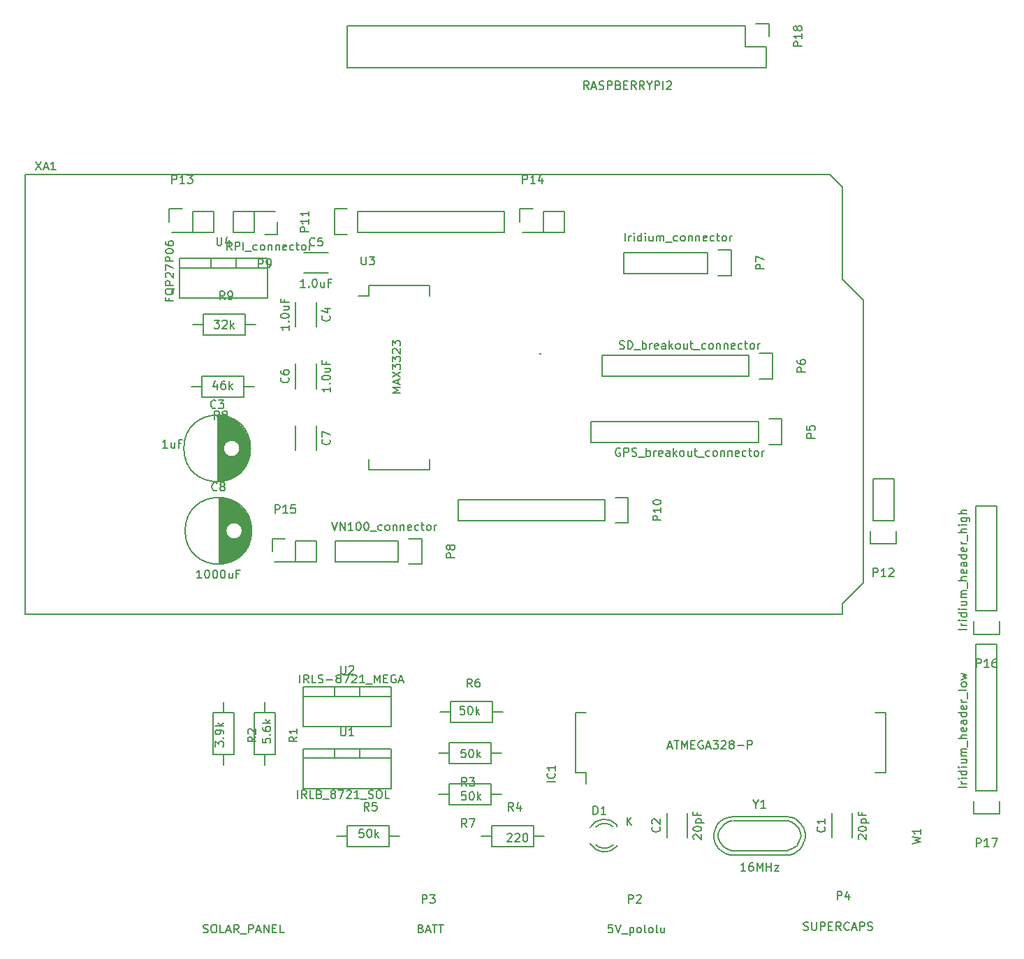
<source format=gto>
G04 #@! TF.FileFunction,Legend,Top*
%FSLAX46Y46*%
G04 Gerber Fmt 4.6, Leading zero omitted, Abs format (unit mm)*
G04 Created by KiCad (PCBNEW 4.0.2+dfsg1-stable) date ma. 28. mai 2018 kl. 15.54 +0200*
%MOMM*%
G01*
G04 APERTURE LIST*
%ADD10C,0.100000*%
%ADD11C,0.150000*%
G04 APERTURE END LIST*
D10*
D11*
X148460000Y-51780000D02*
X148460000Y-105120000D01*
X247520000Y-64480000D02*
X247520000Y-53304000D01*
X250060000Y-67020000D02*
X247520000Y-64480000D01*
X250060000Y-101310000D02*
X250060000Y-67020000D01*
X247520000Y-103850000D02*
X250060000Y-101310000D01*
X247520000Y-105120000D02*
X247520000Y-103850000D01*
X245996000Y-51780000D02*
X247520000Y-53304000D01*
X148460000Y-105120000D02*
X247520000Y-105120000D01*
X148460000Y-51780000D02*
X245996000Y-51780000D01*
X246250000Y-132250000D02*
X246250000Y-129250000D01*
X248750000Y-129250000D02*
X248750000Y-132250000D01*
X226250000Y-132250000D02*
X226250000Y-129250000D01*
X228750000Y-129250000D02*
X228750000Y-132250000D01*
X171825000Y-81001000D02*
X171825000Y-88999000D01*
X171965000Y-81006000D02*
X171965000Y-88994000D01*
X172105000Y-81016000D02*
X172105000Y-88984000D01*
X172245000Y-81031000D02*
X172245000Y-88969000D01*
X172385000Y-81051000D02*
X172385000Y-88949000D01*
X172525000Y-81076000D02*
X172525000Y-84778000D01*
X172525000Y-85222000D02*
X172525000Y-88924000D01*
X172665000Y-81106000D02*
X172665000Y-84450000D01*
X172665000Y-85550000D02*
X172665000Y-88894000D01*
X172805000Y-81142000D02*
X172805000Y-84281000D01*
X172805000Y-85719000D02*
X172805000Y-88858000D01*
X172945000Y-81183000D02*
X172945000Y-84168000D01*
X172945000Y-85832000D02*
X172945000Y-88817000D01*
X173085000Y-81229000D02*
X173085000Y-84090000D01*
X173085000Y-85910000D02*
X173085000Y-88771000D01*
X173225000Y-81282000D02*
X173225000Y-84039000D01*
X173225000Y-85961000D02*
X173225000Y-88718000D01*
X173365000Y-81341000D02*
X173365000Y-84009000D01*
X173365000Y-85991000D02*
X173365000Y-88659000D01*
X173505000Y-81406000D02*
X173505000Y-84000000D01*
X173505000Y-86000000D02*
X173505000Y-88594000D01*
X173645000Y-81477000D02*
X173645000Y-84011000D01*
X173645000Y-85989000D02*
X173645000Y-88523000D01*
X173785000Y-81556000D02*
X173785000Y-84041000D01*
X173785000Y-85959000D02*
X173785000Y-88444000D01*
X173925000Y-81643000D02*
X173925000Y-84095000D01*
X173925000Y-85905000D02*
X173925000Y-88357000D01*
X174065000Y-81738000D02*
X174065000Y-84175000D01*
X174065000Y-85825000D02*
X174065000Y-88262000D01*
X174205000Y-81842000D02*
X174205000Y-84291000D01*
X174205000Y-85709000D02*
X174205000Y-88158000D01*
X174345000Y-81956000D02*
X174345000Y-84465000D01*
X174345000Y-85535000D02*
X174345000Y-88044000D01*
X174485000Y-82081000D02*
X174485000Y-84827000D01*
X174485000Y-85173000D02*
X174485000Y-87919000D01*
X174625000Y-82219000D02*
X174625000Y-87781000D01*
X174765000Y-82371000D02*
X174765000Y-87629000D01*
X174905000Y-82541000D02*
X174905000Y-87459000D01*
X175045000Y-82732000D02*
X175045000Y-87268000D01*
X175185000Y-82950000D02*
X175185000Y-87050000D01*
X175325000Y-83206000D02*
X175325000Y-86794000D01*
X175465000Y-83517000D02*
X175465000Y-86483000D01*
X175605000Y-83933000D02*
X175605000Y-86067000D01*
X175745000Y-84800000D02*
X175745000Y-85200000D01*
X174500000Y-85000000D02*
G75*
G03X174500000Y-85000000I-1000000J0D01*
G01*
X175787500Y-85000000D02*
G75*
G03X175787500Y-85000000I-4037500J0D01*
G01*
X183750000Y-67250000D02*
X183750000Y-70250000D01*
X181250000Y-70250000D02*
X181250000Y-67250000D01*
X182250000Y-61250000D02*
X185250000Y-61250000D01*
X185250000Y-63750000D02*
X182250000Y-63750000D01*
X181250000Y-77750000D02*
X181250000Y-74750000D01*
X183750000Y-74750000D02*
X183750000Y-77750000D01*
X183750000Y-82250000D02*
X183750000Y-85250000D01*
X181250000Y-85250000D02*
X181250000Y-82250000D01*
X171975000Y-91001000D02*
X171975000Y-98999000D01*
X172115000Y-91006000D02*
X172115000Y-98994000D01*
X172255000Y-91016000D02*
X172255000Y-98984000D01*
X172395000Y-91031000D02*
X172395000Y-98969000D01*
X172535000Y-91051000D02*
X172535000Y-98949000D01*
X172675000Y-91076000D02*
X172675000Y-98924000D01*
X172815000Y-91106000D02*
X172815000Y-94827000D01*
X172815000Y-95173000D02*
X172815000Y-98894000D01*
X172955000Y-91142000D02*
X172955000Y-94465000D01*
X172955000Y-95535000D02*
X172955000Y-98858000D01*
X173095000Y-91183000D02*
X173095000Y-94291000D01*
X173095000Y-95709000D02*
X173095000Y-98817000D01*
X173235000Y-91229000D02*
X173235000Y-94175000D01*
X173235000Y-95825000D02*
X173235000Y-98771000D01*
X173375000Y-91282000D02*
X173375000Y-94095000D01*
X173375000Y-95905000D02*
X173375000Y-98718000D01*
X173515000Y-91341000D02*
X173515000Y-94041000D01*
X173515000Y-95959000D02*
X173515000Y-98659000D01*
X173655000Y-91406000D02*
X173655000Y-94011000D01*
X173655000Y-95989000D02*
X173655000Y-98594000D01*
X173795000Y-91477000D02*
X173795000Y-94000000D01*
X173795000Y-96000000D02*
X173795000Y-98523000D01*
X173935000Y-91556000D02*
X173935000Y-94009000D01*
X173935000Y-95991000D02*
X173935000Y-98444000D01*
X174075000Y-91643000D02*
X174075000Y-94039000D01*
X174075000Y-95961000D02*
X174075000Y-98357000D01*
X174215000Y-91738000D02*
X174215000Y-94090000D01*
X174215000Y-95910000D02*
X174215000Y-98262000D01*
X174355000Y-91842000D02*
X174355000Y-94168000D01*
X174355000Y-95832000D02*
X174355000Y-98158000D01*
X174495000Y-91956000D02*
X174495000Y-94281000D01*
X174495000Y-95719000D02*
X174495000Y-98044000D01*
X174635000Y-92081000D02*
X174635000Y-94450000D01*
X174635000Y-95550000D02*
X174635000Y-97919000D01*
X174775000Y-92219000D02*
X174775000Y-94778000D01*
X174775000Y-95222000D02*
X174775000Y-97781000D01*
X174915000Y-92371000D02*
X174915000Y-97629000D01*
X175055000Y-92541000D02*
X175055000Y-97459000D01*
X175195000Y-92732000D02*
X175195000Y-97268000D01*
X175335000Y-92950000D02*
X175335000Y-97050000D01*
X175475000Y-93206000D02*
X175475000Y-96794000D01*
X175615000Y-93517000D02*
X175615000Y-96483000D01*
X175755000Y-93933000D02*
X175755000Y-96067000D01*
X175895000Y-94800000D02*
X175895000Y-95200000D01*
X174800000Y-95000000D02*
G75*
G03X174800000Y-95000000I-1000000J0D01*
G01*
X175937500Y-95000000D02*
G75*
G03X175937500Y-95000000I-4037500J0D01*
G01*
X220199000Y-130686000D02*
X220199000Y-130886000D01*
X220199000Y-133280000D02*
X220199000Y-133100000D01*
X216971256Y-132969643D02*
G75*
G03X220199000Y-133286000I1727744J1003643D01*
G01*
X217646994Y-133099068D02*
G75*
G03X219750000Y-133100000I1052006J1133068D01*
G01*
X220186220Y-130659274D02*
G75*
G03X216949000Y-131006000I-1497220J-1306726D01*
G01*
X219712889Y-130886747D02*
G75*
G03X217665000Y-130906000I-1013889J-1079253D01*
G01*
X215205000Y-124365000D02*
X216475000Y-124365000D01*
X215205000Y-117015000D02*
X216475000Y-117015000D01*
X252815000Y-117015000D02*
X251545000Y-117015000D01*
X252815000Y-124365000D02*
X251545000Y-124365000D01*
X215205000Y-124365000D02*
X215205000Y-117015000D01*
X252815000Y-124365000D02*
X252815000Y-117015000D01*
X216475000Y-124365000D02*
X216475000Y-125650000D01*
X237390000Y-84270000D02*
X217070000Y-84270000D01*
X217070000Y-84270000D02*
X217070000Y-81730000D01*
X217070000Y-81730000D02*
X237390000Y-81730000D01*
X240210000Y-84550000D02*
X238660000Y-84550000D01*
X237390000Y-84270000D02*
X237390000Y-81730000D01*
X238660000Y-81450000D02*
X240210000Y-81450000D01*
X240210000Y-81450000D02*
X240210000Y-84550000D01*
X236230000Y-76270000D02*
X218450000Y-76270000D01*
X218450000Y-76270000D02*
X218450000Y-73730000D01*
X218450000Y-73730000D02*
X236230000Y-73730000D01*
X239050000Y-76550000D02*
X237500000Y-76550000D01*
X236230000Y-76270000D02*
X236230000Y-73730000D01*
X237500000Y-73450000D02*
X239050000Y-73450000D01*
X239050000Y-73450000D02*
X239050000Y-76550000D01*
X232500000Y-60950000D02*
X234050000Y-60950000D01*
X234050000Y-60950000D02*
X234050000Y-64050000D01*
X234050000Y-64050000D02*
X232500000Y-64050000D01*
X231230000Y-63770000D02*
X221070000Y-63770000D01*
X221070000Y-63770000D02*
X221070000Y-61230000D01*
X221070000Y-61230000D02*
X231230000Y-61230000D01*
X231230000Y-63770000D02*
X231230000Y-61230000D01*
X193730000Y-96230000D02*
X186110000Y-96230000D01*
X193730000Y-98770000D02*
X186110000Y-98770000D01*
X196550000Y-99050000D02*
X195000000Y-99050000D01*
X186110000Y-96230000D02*
X186110000Y-98770000D01*
X193730000Y-98770000D02*
X193730000Y-96230000D01*
X195000000Y-95950000D02*
X196550000Y-95950000D01*
X196550000Y-95950000D02*
X196550000Y-99050000D01*
X179050000Y-57500000D02*
X179050000Y-59050000D01*
X177500000Y-59050000D02*
X179050000Y-59050000D01*
X178770000Y-56230000D02*
X176230000Y-56230000D01*
X173690000Y-58770000D02*
X176230000Y-58770000D01*
X176230000Y-58770000D02*
X176230000Y-56230000D01*
X176230000Y-56230000D02*
X173690000Y-56230000D01*
X173690000Y-56230000D02*
X173690000Y-58770000D01*
X218730000Y-93770000D02*
X200950000Y-93770000D01*
X200950000Y-93770000D02*
X200950000Y-91230000D01*
X200950000Y-91230000D02*
X218730000Y-91230000D01*
X221550000Y-94050000D02*
X220000000Y-94050000D01*
X218730000Y-93770000D02*
X218730000Y-91230000D01*
X220000000Y-90950000D02*
X221550000Y-90950000D01*
X221550000Y-90950000D02*
X221550000Y-94050000D01*
X188770000Y-56230000D02*
X206550000Y-56230000D01*
X206550000Y-56230000D02*
X206550000Y-58770000D01*
X206550000Y-58770000D02*
X188770000Y-58770000D01*
X185950000Y-55950000D02*
X187500000Y-55950000D01*
X188770000Y-56230000D02*
X188770000Y-58770000D01*
X187500000Y-59050000D02*
X185950000Y-59050000D01*
X185950000Y-59050000D02*
X185950000Y-55950000D01*
X253770000Y-93730000D02*
X253770000Y-88650000D01*
X253770000Y-88650000D02*
X251230000Y-88650000D01*
X251230000Y-88650000D02*
X251230000Y-93730000D01*
X250950000Y-96550000D02*
X250950000Y-95000000D01*
X251230000Y-93730000D02*
X253770000Y-93730000D01*
X254050000Y-95000000D02*
X254050000Y-96550000D01*
X254050000Y-96550000D02*
X250950000Y-96550000D01*
X165950000Y-57500000D02*
X165950000Y-55950000D01*
X167500000Y-55950000D02*
X165950000Y-55950000D01*
X166230000Y-58770000D02*
X168770000Y-58770000D01*
X171310000Y-56230000D02*
X168770000Y-56230000D01*
X168770000Y-56230000D02*
X168770000Y-58770000D01*
X168770000Y-58770000D02*
X171310000Y-58770000D01*
X171310000Y-58770000D02*
X171310000Y-56230000D01*
X208450000Y-57500000D02*
X208450000Y-55950000D01*
X210000000Y-55950000D02*
X208450000Y-55950000D01*
X208730000Y-58770000D02*
X211270000Y-58770000D01*
X213810000Y-56230000D02*
X211270000Y-56230000D01*
X211270000Y-56230000D02*
X211270000Y-58770000D01*
X211270000Y-58770000D02*
X213810000Y-58770000D01*
X213810000Y-58770000D02*
X213810000Y-56230000D01*
X178450000Y-97500000D02*
X178450000Y-95950000D01*
X180000000Y-95950000D02*
X178450000Y-95950000D01*
X178730000Y-98770000D02*
X181270000Y-98770000D01*
X183810000Y-96230000D02*
X181270000Y-96230000D01*
X181270000Y-96230000D02*
X181270000Y-98770000D01*
X181270000Y-98770000D02*
X183810000Y-98770000D01*
X183810000Y-98770000D02*
X183810000Y-96230000D01*
X178770000Y-117040000D02*
X178770000Y-122120000D01*
X178770000Y-122120000D02*
X176230000Y-122120000D01*
X176230000Y-122120000D02*
X176230000Y-117040000D01*
X176230000Y-117040000D02*
X178770000Y-117040000D01*
X177500000Y-117040000D02*
X177500000Y-115770000D01*
X177500000Y-122120000D02*
X177500000Y-123390000D01*
X173770000Y-117040000D02*
X173770000Y-122120000D01*
X173770000Y-122120000D02*
X171230000Y-122120000D01*
X171230000Y-122120000D02*
X171230000Y-117040000D01*
X171230000Y-117040000D02*
X173770000Y-117040000D01*
X172500000Y-117040000D02*
X172500000Y-115770000D01*
X172500000Y-122120000D02*
X172500000Y-123390000D01*
X204960000Y-123270000D02*
X199880000Y-123270000D01*
X199880000Y-123270000D02*
X199880000Y-120730000D01*
X199880000Y-120730000D02*
X204960000Y-120730000D01*
X204960000Y-120730000D02*
X204960000Y-123270000D01*
X204960000Y-122000000D02*
X206230000Y-122000000D01*
X199880000Y-122000000D02*
X198610000Y-122000000D01*
X205040000Y-130730000D02*
X210120000Y-130730000D01*
X210120000Y-130730000D02*
X210120000Y-133270000D01*
X210120000Y-133270000D02*
X205040000Y-133270000D01*
X205040000Y-133270000D02*
X205040000Y-130730000D01*
X205040000Y-132000000D02*
X203770000Y-132000000D01*
X210120000Y-132000000D02*
X211390000Y-132000000D01*
X187540000Y-130730000D02*
X192620000Y-130730000D01*
X192620000Y-130730000D02*
X192620000Y-133270000D01*
X192620000Y-133270000D02*
X187540000Y-133270000D01*
X187540000Y-133270000D02*
X187540000Y-130730000D01*
X187540000Y-132000000D02*
X186270000Y-132000000D01*
X192620000Y-132000000D02*
X193890000Y-132000000D01*
X200040000Y-115730000D02*
X205120000Y-115730000D01*
X205120000Y-115730000D02*
X205120000Y-118270000D01*
X205120000Y-118270000D02*
X200040000Y-118270000D01*
X200040000Y-118270000D02*
X200040000Y-115730000D01*
X200040000Y-117000000D02*
X198770000Y-117000000D01*
X205120000Y-117000000D02*
X206390000Y-117000000D01*
X204960000Y-128270000D02*
X199880000Y-128270000D01*
X199880000Y-128270000D02*
X199880000Y-125730000D01*
X199880000Y-125730000D02*
X204960000Y-125730000D01*
X204960000Y-125730000D02*
X204960000Y-128270000D01*
X204960000Y-127000000D02*
X206230000Y-127000000D01*
X199880000Y-127000000D02*
X198610000Y-127000000D01*
X174960000Y-78770000D02*
X169880000Y-78770000D01*
X169880000Y-78770000D02*
X169880000Y-76230000D01*
X169880000Y-76230000D02*
X174960000Y-76230000D01*
X174960000Y-76230000D02*
X174960000Y-78770000D01*
X174960000Y-77500000D02*
X176230000Y-77500000D01*
X169880000Y-77500000D02*
X168610000Y-77500000D01*
X170040000Y-68730000D02*
X175120000Y-68730000D01*
X175120000Y-68730000D02*
X175120000Y-71270000D01*
X175120000Y-71270000D02*
X170040000Y-71270000D01*
X170040000Y-71270000D02*
X170040000Y-68730000D01*
X170040000Y-70000000D02*
X168770000Y-70000000D01*
X175120000Y-70000000D02*
X176390000Y-70000000D01*
X185976000Y-121452000D02*
X185976000Y-122595000D01*
X189024000Y-121452000D02*
X189024000Y-122595000D01*
X192834000Y-122595000D02*
X192834000Y-126278000D01*
X192834000Y-126278000D02*
X182166000Y-126278000D01*
X182166000Y-126278000D02*
X182166000Y-122595000D01*
X192834000Y-121452000D02*
X192834000Y-122595000D01*
X192834000Y-122595000D02*
X182166000Y-122595000D01*
X182166000Y-122595000D02*
X182166000Y-121452000D01*
X187500000Y-121452000D02*
X182166000Y-121452000D01*
X187500000Y-121452000D02*
X192834000Y-121452000D01*
X185976000Y-113952000D02*
X185976000Y-115095000D01*
X189024000Y-113952000D02*
X189024000Y-115095000D01*
X192834000Y-115095000D02*
X192834000Y-118778000D01*
X192834000Y-118778000D02*
X182166000Y-118778000D01*
X182166000Y-118778000D02*
X182166000Y-115095000D01*
X192834000Y-113952000D02*
X192834000Y-115095000D01*
X192834000Y-115095000D02*
X182166000Y-115095000D01*
X182166000Y-115095000D02*
X182166000Y-113952000D01*
X187500000Y-113952000D02*
X182166000Y-113952000D01*
X187500000Y-113952000D02*
X192834000Y-113952000D01*
X190135000Y-65205000D02*
X190135000Y-66475000D01*
X197485000Y-65205000D02*
X197485000Y-66475000D01*
X197485000Y-87575000D02*
X197485000Y-86305000D01*
X190135000Y-87575000D02*
X190135000Y-86305000D01*
X190135000Y-65205000D02*
X197485000Y-65205000D01*
X190135000Y-87575000D02*
X197485000Y-87575000D01*
X190135000Y-66475000D02*
X188850000Y-66475000D01*
X170976000Y-61952000D02*
X170976000Y-63095000D01*
X174024000Y-61952000D02*
X174024000Y-63095000D01*
X177834000Y-63095000D02*
X177834000Y-66778000D01*
X177834000Y-66778000D02*
X167166000Y-66778000D01*
X167166000Y-66778000D02*
X167166000Y-63095000D01*
X177834000Y-61952000D02*
X177834000Y-63095000D01*
X177834000Y-63095000D02*
X167166000Y-63095000D01*
X167166000Y-63095000D02*
X167166000Y-61952000D01*
X172500000Y-61952000D02*
X167166000Y-61952000D01*
X172500000Y-61952000D02*
X177834000Y-61952000D01*
X242199000Y-130999240D02*
X242399660Y-131400560D01*
X242399660Y-131400560D02*
X242501260Y-132000000D01*
X242501260Y-132000000D02*
X242399660Y-132500380D01*
X242399660Y-132500380D02*
X242000880Y-133198880D01*
X242000880Y-133198880D02*
X241398900Y-133600200D01*
X241398900Y-133600200D02*
X240799460Y-133800860D01*
X240799460Y-133800860D02*
X234200540Y-133800860D01*
X234200540Y-133800860D02*
X233499500Y-133600200D01*
X233499500Y-133600200D02*
X233100720Y-133300480D01*
X233100720Y-133300480D02*
X232699400Y-132800100D01*
X232699400Y-132800100D02*
X232498740Y-132200660D01*
X232498740Y-132200660D02*
X232498740Y-131700280D01*
X232498740Y-131700280D02*
X232699400Y-131199900D01*
X232699400Y-131199900D02*
X233199780Y-130600460D01*
X233199780Y-130600460D02*
X233700160Y-130300740D01*
X233700160Y-130300740D02*
X234200540Y-130199140D01*
X234299600Y-130199140D02*
X240901060Y-130199140D01*
X240901060Y-130199140D02*
X241299840Y-130300740D01*
X241299840Y-130300740D02*
X241800220Y-130600460D01*
X241800220Y-130600460D02*
X242300600Y-131100840D01*
X234309760Y-129670820D02*
X233850020Y-129719080D01*
X233850020Y-129719080D02*
X233451240Y-129830840D01*
X233451240Y-129830840D02*
X233019440Y-130049280D01*
X233019440Y-130049280D02*
X232729880Y-130280420D01*
X232729880Y-130280420D02*
X232399680Y-130630940D01*
X232399680Y-130630940D02*
X232110120Y-131169420D01*
X232110120Y-131169420D02*
X231980580Y-131768860D01*
X231980580Y-131768860D02*
X231980580Y-132279400D01*
X231980580Y-132279400D02*
X232150760Y-132980440D01*
X232150760Y-132980440D02*
X232549540Y-133569720D01*
X232549540Y-133569720D02*
X233009280Y-133940560D01*
X233009280Y-133940560D02*
X233430920Y-134148840D01*
X233430920Y-134148840D02*
X233880500Y-134308860D01*
X233880500Y-134308860D02*
X234319920Y-134339340D01*
X241660520Y-134120900D02*
X242038980Y-133899920D01*
X242038980Y-133899920D02*
X242359020Y-133620520D01*
X242359020Y-133620520D02*
X242610480Y-133290320D01*
X242610480Y-133290320D02*
X242910200Y-132739140D01*
X242910200Y-132739140D02*
X243019420Y-132269240D01*
X243019420Y-132269240D02*
X243039740Y-131809500D01*
X243039740Y-131809500D02*
X242950840Y-131349760D01*
X242950840Y-131349760D02*
X242760340Y-130900180D01*
X242760340Y-130900180D02*
X242399660Y-130430280D01*
X242399660Y-130430280D02*
X242049140Y-130110240D01*
X242049140Y-130110240D02*
X241660520Y-129879100D01*
X241660520Y-129879100D02*
X241231260Y-129739400D01*
X241231260Y-129739400D02*
X240789300Y-129670820D01*
X234299600Y-134329180D02*
X240751200Y-134329180D01*
X240751200Y-134329180D02*
X241170300Y-134291080D01*
X241170300Y-134291080D02*
X241660520Y-134120900D01*
X234299600Y-129670820D02*
X240751200Y-129670820D01*
X263730000Y-104730000D02*
X263730000Y-92030000D01*
X263730000Y-92030000D02*
X266270000Y-92030000D01*
X266270000Y-92030000D02*
X266270000Y-104730000D01*
X263450000Y-107550000D02*
X263450000Y-106000000D01*
X263730000Y-104730000D02*
X266270000Y-104730000D01*
X266550000Y-106000000D02*
X266550000Y-107550000D01*
X266550000Y-107550000D02*
X263450000Y-107550000D01*
X263730000Y-126510000D02*
X263730000Y-108730000D01*
X263730000Y-108730000D02*
X266270000Y-108730000D01*
X266270000Y-108730000D02*
X266270000Y-126510000D01*
X263450000Y-129330000D02*
X263450000Y-127780000D01*
X263730000Y-126510000D02*
X266270000Y-126510000D01*
X266550000Y-127780000D02*
X266550000Y-129330000D01*
X266550000Y-129330000D02*
X263450000Y-129330000D01*
X187550000Y-38810000D02*
X238350000Y-38810000D01*
X235810000Y-33730000D02*
X187550000Y-33730000D01*
X187550000Y-38810000D02*
X187550000Y-33730000D01*
X238350000Y-38810000D02*
X238350000Y-36270000D01*
X238630000Y-35000000D02*
X238630000Y-33450000D01*
X238350000Y-36270000D02*
X235810000Y-36270000D01*
X235810000Y-36270000D02*
X235810000Y-33730000D01*
X238630000Y-33450000D02*
X237080000Y-33450000D01*
X149761905Y-50216381D02*
X150428572Y-51216381D01*
X150428572Y-50216381D02*
X149761905Y-51216381D01*
X150761905Y-50930667D02*
X151238096Y-50930667D01*
X150666667Y-51216381D02*
X151000000Y-50216381D01*
X151333334Y-51216381D01*
X152190477Y-51216381D02*
X151619048Y-51216381D01*
X151904762Y-51216381D02*
X151904762Y-50216381D01*
X151809524Y-50359238D01*
X151714286Y-50454476D01*
X151619048Y-50502095D01*
X210944000Y-73473143D02*
X210991619Y-73520762D01*
X210944000Y-73568381D01*
X210896381Y-73520762D01*
X210944000Y-73473143D01*
X210944000Y-73568381D01*
X245357143Y-130916666D02*
X245404762Y-130964285D01*
X245452381Y-131107142D01*
X245452381Y-131202380D01*
X245404762Y-131345238D01*
X245309524Y-131440476D01*
X245214286Y-131488095D01*
X245023810Y-131535714D01*
X244880952Y-131535714D01*
X244690476Y-131488095D01*
X244595238Y-131440476D01*
X244500000Y-131345238D01*
X244452381Y-131202380D01*
X244452381Y-131107142D01*
X244500000Y-130964285D01*
X244547619Y-130916666D01*
X245452381Y-129964285D02*
X245452381Y-130535714D01*
X245452381Y-130250000D02*
X244452381Y-130250000D01*
X244595238Y-130345238D01*
X244690476Y-130440476D01*
X244738095Y-130535714D01*
X249547619Y-132392857D02*
X249500000Y-132345238D01*
X249452381Y-132250000D01*
X249452381Y-132011904D01*
X249500000Y-131916666D01*
X249547619Y-131869047D01*
X249642857Y-131821428D01*
X249738095Y-131821428D01*
X249880952Y-131869047D01*
X250452381Y-132440476D01*
X250452381Y-131821428D01*
X249452381Y-131202381D02*
X249452381Y-131107142D01*
X249500000Y-131011904D01*
X249547619Y-130964285D01*
X249642857Y-130916666D01*
X249833333Y-130869047D01*
X250071429Y-130869047D01*
X250261905Y-130916666D01*
X250357143Y-130964285D01*
X250404762Y-131011904D01*
X250452381Y-131107142D01*
X250452381Y-131202381D01*
X250404762Y-131297619D01*
X250357143Y-131345238D01*
X250261905Y-131392857D01*
X250071429Y-131440476D01*
X249833333Y-131440476D01*
X249642857Y-131392857D01*
X249547619Y-131345238D01*
X249500000Y-131297619D01*
X249452381Y-131202381D01*
X249785714Y-130440476D02*
X250785714Y-130440476D01*
X249833333Y-130440476D02*
X249785714Y-130345238D01*
X249785714Y-130154761D01*
X249833333Y-130059523D01*
X249880952Y-130011904D01*
X249976190Y-129964285D01*
X250261905Y-129964285D01*
X250357143Y-130011904D01*
X250404762Y-130059523D01*
X250452381Y-130154761D01*
X250452381Y-130345238D01*
X250404762Y-130440476D01*
X249928571Y-129202380D02*
X249928571Y-129535714D01*
X250452381Y-129535714D02*
X249452381Y-129535714D01*
X249452381Y-129059523D01*
X225357143Y-130916666D02*
X225404762Y-130964285D01*
X225452381Y-131107142D01*
X225452381Y-131202380D01*
X225404762Y-131345238D01*
X225309524Y-131440476D01*
X225214286Y-131488095D01*
X225023810Y-131535714D01*
X224880952Y-131535714D01*
X224690476Y-131488095D01*
X224595238Y-131440476D01*
X224500000Y-131345238D01*
X224452381Y-131202380D01*
X224452381Y-131107142D01*
X224500000Y-130964285D01*
X224547619Y-130916666D01*
X224547619Y-130535714D02*
X224500000Y-130488095D01*
X224452381Y-130392857D01*
X224452381Y-130154761D01*
X224500000Y-130059523D01*
X224547619Y-130011904D01*
X224642857Y-129964285D01*
X224738095Y-129964285D01*
X224880952Y-130011904D01*
X225452381Y-130583333D01*
X225452381Y-129964285D01*
X229547619Y-132392857D02*
X229500000Y-132345238D01*
X229452381Y-132250000D01*
X229452381Y-132011904D01*
X229500000Y-131916666D01*
X229547619Y-131869047D01*
X229642857Y-131821428D01*
X229738095Y-131821428D01*
X229880952Y-131869047D01*
X230452381Y-132440476D01*
X230452381Y-131821428D01*
X229452381Y-131202381D02*
X229452381Y-131107142D01*
X229500000Y-131011904D01*
X229547619Y-130964285D01*
X229642857Y-130916666D01*
X229833333Y-130869047D01*
X230071429Y-130869047D01*
X230261905Y-130916666D01*
X230357143Y-130964285D01*
X230404762Y-131011904D01*
X230452381Y-131107142D01*
X230452381Y-131202381D01*
X230404762Y-131297619D01*
X230357143Y-131345238D01*
X230261905Y-131392857D01*
X230071429Y-131440476D01*
X229833333Y-131440476D01*
X229642857Y-131392857D01*
X229547619Y-131345238D01*
X229500000Y-131297619D01*
X229452381Y-131202381D01*
X229785714Y-130440476D02*
X230785714Y-130440476D01*
X229833333Y-130440476D02*
X229785714Y-130345238D01*
X229785714Y-130154761D01*
X229833333Y-130059523D01*
X229880952Y-130011904D01*
X229976190Y-129964285D01*
X230261905Y-129964285D01*
X230357143Y-130011904D01*
X230404762Y-130059523D01*
X230452381Y-130154761D01*
X230452381Y-130345238D01*
X230404762Y-130440476D01*
X229928571Y-129202380D02*
X229928571Y-129535714D01*
X230452381Y-129535714D02*
X229452381Y-129535714D01*
X229452381Y-129059523D01*
X171583334Y-80057143D02*
X171535715Y-80104762D01*
X171392858Y-80152381D01*
X171297620Y-80152381D01*
X171154762Y-80104762D01*
X171059524Y-80009524D01*
X171011905Y-79914286D01*
X170964286Y-79723810D01*
X170964286Y-79580952D01*
X171011905Y-79390476D01*
X171059524Y-79295238D01*
X171154762Y-79200000D01*
X171297620Y-79152381D01*
X171392858Y-79152381D01*
X171535715Y-79200000D01*
X171583334Y-79247619D01*
X171916667Y-79152381D02*
X172535715Y-79152381D01*
X172202381Y-79533333D01*
X172345239Y-79533333D01*
X172440477Y-79580952D01*
X172488096Y-79628571D01*
X172535715Y-79723810D01*
X172535715Y-79961905D01*
X172488096Y-80057143D01*
X172440477Y-80104762D01*
X172345239Y-80152381D01*
X172059524Y-80152381D01*
X171964286Y-80104762D01*
X171916667Y-80057143D01*
X165729762Y-84927381D02*
X165158333Y-84927381D01*
X165444047Y-84927381D02*
X165444047Y-83927381D01*
X165348809Y-84070238D01*
X165253571Y-84165476D01*
X165158333Y-84213095D01*
X166586905Y-84260714D02*
X166586905Y-84927381D01*
X166158333Y-84260714D02*
X166158333Y-84784524D01*
X166205952Y-84879762D01*
X166301190Y-84927381D01*
X166444048Y-84927381D01*
X166539286Y-84879762D01*
X166586905Y-84832143D01*
X167396429Y-84403571D02*
X167063095Y-84403571D01*
X167063095Y-84927381D02*
X167063095Y-83927381D01*
X167539286Y-83927381D01*
X185357143Y-68916666D02*
X185404762Y-68964285D01*
X185452381Y-69107142D01*
X185452381Y-69202380D01*
X185404762Y-69345238D01*
X185309524Y-69440476D01*
X185214286Y-69488095D01*
X185023810Y-69535714D01*
X184880952Y-69535714D01*
X184690476Y-69488095D01*
X184595238Y-69440476D01*
X184500000Y-69345238D01*
X184452381Y-69202380D01*
X184452381Y-69107142D01*
X184500000Y-68964285D01*
X184547619Y-68916666D01*
X184785714Y-68059523D02*
X185452381Y-68059523D01*
X184404762Y-68297619D02*
X185119048Y-68535714D01*
X185119048Y-67916666D01*
X180452381Y-70059523D02*
X180452381Y-70630952D01*
X180452381Y-70345238D02*
X179452381Y-70345238D01*
X179595238Y-70440476D01*
X179690476Y-70535714D01*
X179738095Y-70630952D01*
X180357143Y-69630952D02*
X180404762Y-69583333D01*
X180452381Y-69630952D01*
X180404762Y-69678571D01*
X180357143Y-69630952D01*
X180452381Y-69630952D01*
X179452381Y-68964286D02*
X179452381Y-68869047D01*
X179500000Y-68773809D01*
X179547619Y-68726190D01*
X179642857Y-68678571D01*
X179833333Y-68630952D01*
X180071429Y-68630952D01*
X180261905Y-68678571D01*
X180357143Y-68726190D01*
X180404762Y-68773809D01*
X180452381Y-68869047D01*
X180452381Y-68964286D01*
X180404762Y-69059524D01*
X180357143Y-69107143D01*
X180261905Y-69154762D01*
X180071429Y-69202381D01*
X179833333Y-69202381D01*
X179642857Y-69154762D01*
X179547619Y-69107143D01*
X179500000Y-69059524D01*
X179452381Y-68964286D01*
X179785714Y-67773809D02*
X180452381Y-67773809D01*
X179785714Y-68202381D02*
X180309524Y-68202381D01*
X180404762Y-68154762D01*
X180452381Y-68059524D01*
X180452381Y-67916666D01*
X180404762Y-67821428D01*
X180357143Y-67773809D01*
X179928571Y-66964285D02*
X179928571Y-67297619D01*
X180452381Y-67297619D02*
X179452381Y-67297619D01*
X179452381Y-66821428D01*
X183583334Y-60357143D02*
X183535715Y-60404762D01*
X183392858Y-60452381D01*
X183297620Y-60452381D01*
X183154762Y-60404762D01*
X183059524Y-60309524D01*
X183011905Y-60214286D01*
X182964286Y-60023810D01*
X182964286Y-59880952D01*
X183011905Y-59690476D01*
X183059524Y-59595238D01*
X183154762Y-59500000D01*
X183297620Y-59452381D01*
X183392858Y-59452381D01*
X183535715Y-59500000D01*
X183583334Y-59547619D01*
X184488096Y-59452381D02*
X184011905Y-59452381D01*
X183964286Y-59928571D01*
X184011905Y-59880952D01*
X184107143Y-59833333D01*
X184345239Y-59833333D01*
X184440477Y-59880952D01*
X184488096Y-59928571D01*
X184535715Y-60023810D01*
X184535715Y-60261905D01*
X184488096Y-60357143D01*
X184440477Y-60404762D01*
X184345239Y-60452381D01*
X184107143Y-60452381D01*
X184011905Y-60404762D01*
X183964286Y-60357143D01*
X182440477Y-65452381D02*
X181869048Y-65452381D01*
X182154762Y-65452381D02*
X182154762Y-64452381D01*
X182059524Y-64595238D01*
X181964286Y-64690476D01*
X181869048Y-64738095D01*
X182869048Y-65357143D02*
X182916667Y-65404762D01*
X182869048Y-65452381D01*
X182821429Y-65404762D01*
X182869048Y-65357143D01*
X182869048Y-65452381D01*
X183535714Y-64452381D02*
X183630953Y-64452381D01*
X183726191Y-64500000D01*
X183773810Y-64547619D01*
X183821429Y-64642857D01*
X183869048Y-64833333D01*
X183869048Y-65071429D01*
X183821429Y-65261905D01*
X183773810Y-65357143D01*
X183726191Y-65404762D01*
X183630953Y-65452381D01*
X183535714Y-65452381D01*
X183440476Y-65404762D01*
X183392857Y-65357143D01*
X183345238Y-65261905D01*
X183297619Y-65071429D01*
X183297619Y-64833333D01*
X183345238Y-64642857D01*
X183392857Y-64547619D01*
X183440476Y-64500000D01*
X183535714Y-64452381D01*
X184726191Y-64785714D02*
X184726191Y-65452381D01*
X184297619Y-64785714D02*
X184297619Y-65309524D01*
X184345238Y-65404762D01*
X184440476Y-65452381D01*
X184583334Y-65452381D01*
X184678572Y-65404762D01*
X184726191Y-65357143D01*
X185535715Y-64928571D02*
X185202381Y-64928571D01*
X185202381Y-65452381D02*
X185202381Y-64452381D01*
X185678572Y-64452381D01*
X180357143Y-76416666D02*
X180404762Y-76464285D01*
X180452381Y-76607142D01*
X180452381Y-76702380D01*
X180404762Y-76845238D01*
X180309524Y-76940476D01*
X180214286Y-76988095D01*
X180023810Y-77035714D01*
X179880952Y-77035714D01*
X179690476Y-76988095D01*
X179595238Y-76940476D01*
X179500000Y-76845238D01*
X179452381Y-76702380D01*
X179452381Y-76607142D01*
X179500000Y-76464285D01*
X179547619Y-76416666D01*
X179452381Y-75559523D02*
X179452381Y-75750000D01*
X179500000Y-75845238D01*
X179547619Y-75892857D01*
X179690476Y-75988095D01*
X179880952Y-76035714D01*
X180261905Y-76035714D01*
X180357143Y-75988095D01*
X180404762Y-75940476D01*
X180452381Y-75845238D01*
X180452381Y-75654761D01*
X180404762Y-75559523D01*
X180357143Y-75511904D01*
X180261905Y-75464285D01*
X180023810Y-75464285D01*
X179928571Y-75511904D01*
X179880952Y-75559523D01*
X179833333Y-75654761D01*
X179833333Y-75845238D01*
X179880952Y-75940476D01*
X179928571Y-75988095D01*
X180023810Y-76035714D01*
X185452381Y-77559523D02*
X185452381Y-78130952D01*
X185452381Y-77845238D02*
X184452381Y-77845238D01*
X184595238Y-77940476D01*
X184690476Y-78035714D01*
X184738095Y-78130952D01*
X185357143Y-77130952D02*
X185404762Y-77083333D01*
X185452381Y-77130952D01*
X185404762Y-77178571D01*
X185357143Y-77130952D01*
X185452381Y-77130952D01*
X184452381Y-76464286D02*
X184452381Y-76369047D01*
X184500000Y-76273809D01*
X184547619Y-76226190D01*
X184642857Y-76178571D01*
X184833333Y-76130952D01*
X185071429Y-76130952D01*
X185261905Y-76178571D01*
X185357143Y-76226190D01*
X185404762Y-76273809D01*
X185452381Y-76369047D01*
X185452381Y-76464286D01*
X185404762Y-76559524D01*
X185357143Y-76607143D01*
X185261905Y-76654762D01*
X185071429Y-76702381D01*
X184833333Y-76702381D01*
X184642857Y-76654762D01*
X184547619Y-76607143D01*
X184500000Y-76559524D01*
X184452381Y-76464286D01*
X184785714Y-75273809D02*
X185452381Y-75273809D01*
X184785714Y-75702381D02*
X185309524Y-75702381D01*
X185404762Y-75654762D01*
X185452381Y-75559524D01*
X185452381Y-75416666D01*
X185404762Y-75321428D01*
X185357143Y-75273809D01*
X184928571Y-74464285D02*
X184928571Y-74797619D01*
X185452381Y-74797619D02*
X184452381Y-74797619D01*
X184452381Y-74321428D01*
X185357143Y-83916666D02*
X185404762Y-83964285D01*
X185452381Y-84107142D01*
X185452381Y-84202380D01*
X185404762Y-84345238D01*
X185309524Y-84440476D01*
X185214286Y-84488095D01*
X185023810Y-84535714D01*
X184880952Y-84535714D01*
X184690476Y-84488095D01*
X184595238Y-84440476D01*
X184500000Y-84345238D01*
X184452381Y-84202380D01*
X184452381Y-84107142D01*
X184500000Y-83964285D01*
X184547619Y-83916666D01*
X184452381Y-83583333D02*
X184452381Y-82916666D01*
X185452381Y-83345238D01*
X171733334Y-90057143D02*
X171685715Y-90104762D01*
X171542858Y-90152381D01*
X171447620Y-90152381D01*
X171304762Y-90104762D01*
X171209524Y-90009524D01*
X171161905Y-89914286D01*
X171114286Y-89723810D01*
X171114286Y-89580952D01*
X171161905Y-89390476D01*
X171209524Y-89295238D01*
X171304762Y-89200000D01*
X171447620Y-89152381D01*
X171542858Y-89152381D01*
X171685715Y-89200000D01*
X171733334Y-89247619D01*
X172304762Y-89580952D02*
X172209524Y-89533333D01*
X172161905Y-89485714D01*
X172114286Y-89390476D01*
X172114286Y-89342857D01*
X172161905Y-89247619D01*
X172209524Y-89200000D01*
X172304762Y-89152381D01*
X172495239Y-89152381D01*
X172590477Y-89200000D01*
X172638096Y-89247619D01*
X172685715Y-89342857D01*
X172685715Y-89390476D01*
X172638096Y-89485714D01*
X172590477Y-89533333D01*
X172495239Y-89580952D01*
X172304762Y-89580952D01*
X172209524Y-89628571D01*
X172161905Y-89676190D01*
X172114286Y-89771429D01*
X172114286Y-89961905D01*
X172161905Y-90057143D01*
X172209524Y-90104762D01*
X172304762Y-90152381D01*
X172495239Y-90152381D01*
X172590477Y-90104762D01*
X172638096Y-90057143D01*
X172685715Y-89961905D01*
X172685715Y-89771429D01*
X172638096Y-89676190D01*
X172590477Y-89628571D01*
X172495239Y-89580952D01*
X169876191Y-100752381D02*
X169304762Y-100752381D01*
X169590476Y-100752381D02*
X169590476Y-99752381D01*
X169495238Y-99895238D01*
X169400000Y-99990476D01*
X169304762Y-100038095D01*
X170495238Y-99752381D02*
X170590477Y-99752381D01*
X170685715Y-99800000D01*
X170733334Y-99847619D01*
X170780953Y-99942857D01*
X170828572Y-100133333D01*
X170828572Y-100371429D01*
X170780953Y-100561905D01*
X170733334Y-100657143D01*
X170685715Y-100704762D01*
X170590477Y-100752381D01*
X170495238Y-100752381D01*
X170400000Y-100704762D01*
X170352381Y-100657143D01*
X170304762Y-100561905D01*
X170257143Y-100371429D01*
X170257143Y-100133333D01*
X170304762Y-99942857D01*
X170352381Y-99847619D01*
X170400000Y-99800000D01*
X170495238Y-99752381D01*
X171447619Y-99752381D02*
X171542858Y-99752381D01*
X171638096Y-99800000D01*
X171685715Y-99847619D01*
X171733334Y-99942857D01*
X171780953Y-100133333D01*
X171780953Y-100371429D01*
X171733334Y-100561905D01*
X171685715Y-100657143D01*
X171638096Y-100704762D01*
X171542858Y-100752381D01*
X171447619Y-100752381D01*
X171352381Y-100704762D01*
X171304762Y-100657143D01*
X171257143Y-100561905D01*
X171209524Y-100371429D01*
X171209524Y-100133333D01*
X171257143Y-99942857D01*
X171304762Y-99847619D01*
X171352381Y-99800000D01*
X171447619Y-99752381D01*
X172400000Y-99752381D02*
X172495239Y-99752381D01*
X172590477Y-99800000D01*
X172638096Y-99847619D01*
X172685715Y-99942857D01*
X172733334Y-100133333D01*
X172733334Y-100371429D01*
X172685715Y-100561905D01*
X172638096Y-100657143D01*
X172590477Y-100704762D01*
X172495239Y-100752381D01*
X172400000Y-100752381D01*
X172304762Y-100704762D01*
X172257143Y-100657143D01*
X172209524Y-100561905D01*
X172161905Y-100371429D01*
X172161905Y-100133333D01*
X172209524Y-99942857D01*
X172257143Y-99847619D01*
X172304762Y-99800000D01*
X172400000Y-99752381D01*
X173590477Y-100085714D02*
X173590477Y-100752381D01*
X173161905Y-100085714D02*
X173161905Y-100609524D01*
X173209524Y-100704762D01*
X173304762Y-100752381D01*
X173447620Y-100752381D01*
X173542858Y-100704762D01*
X173590477Y-100657143D01*
X174400001Y-100228571D02*
X174066667Y-100228571D01*
X174066667Y-100752381D02*
X174066667Y-99752381D01*
X174542858Y-99752381D01*
X217351905Y-129392381D02*
X217351905Y-128392381D01*
X217590000Y-128392381D01*
X217732858Y-128440000D01*
X217828096Y-128535238D01*
X217875715Y-128630476D01*
X217923334Y-128820952D01*
X217923334Y-128963810D01*
X217875715Y-129154286D01*
X217828096Y-129249524D01*
X217732858Y-129344762D01*
X217590000Y-129392381D01*
X217351905Y-129392381D01*
X218875715Y-129392381D02*
X218304286Y-129392381D01*
X218590000Y-129392381D02*
X218590000Y-128392381D01*
X218494762Y-128535238D01*
X218399524Y-128630476D01*
X218304286Y-128678095D01*
X221428095Y-130712381D02*
X221428095Y-129712381D01*
X221999524Y-130712381D02*
X221570952Y-130140952D01*
X221999524Y-129712381D02*
X221428095Y-130283810D01*
X212732381Y-125476190D02*
X211732381Y-125476190D01*
X212637143Y-124428571D02*
X212684762Y-124476190D01*
X212732381Y-124619047D01*
X212732381Y-124714285D01*
X212684762Y-124857143D01*
X212589524Y-124952381D01*
X212494286Y-125000000D01*
X212303810Y-125047619D01*
X212160952Y-125047619D01*
X211970476Y-125000000D01*
X211875238Y-124952381D01*
X211780000Y-124857143D01*
X211732381Y-124714285D01*
X211732381Y-124619047D01*
X211780000Y-124476190D01*
X211827619Y-124428571D01*
X212732381Y-123476190D02*
X212732381Y-124047619D01*
X212732381Y-123761905D02*
X211732381Y-123761905D01*
X211875238Y-123857143D01*
X211970476Y-123952381D01*
X212018095Y-124047619D01*
X226380952Y-121166667D02*
X226857143Y-121166667D01*
X226285714Y-121452381D02*
X226619047Y-120452381D01*
X226952381Y-121452381D01*
X227142857Y-120452381D02*
X227714286Y-120452381D01*
X227428571Y-121452381D02*
X227428571Y-120452381D01*
X228047619Y-121452381D02*
X228047619Y-120452381D01*
X228380953Y-121166667D01*
X228714286Y-120452381D01*
X228714286Y-121452381D01*
X229190476Y-120928571D02*
X229523810Y-120928571D01*
X229666667Y-121452381D02*
X229190476Y-121452381D01*
X229190476Y-120452381D01*
X229666667Y-120452381D01*
X230619048Y-120500000D02*
X230523810Y-120452381D01*
X230380953Y-120452381D01*
X230238095Y-120500000D01*
X230142857Y-120595238D01*
X230095238Y-120690476D01*
X230047619Y-120880952D01*
X230047619Y-121023810D01*
X230095238Y-121214286D01*
X230142857Y-121309524D01*
X230238095Y-121404762D01*
X230380953Y-121452381D01*
X230476191Y-121452381D01*
X230619048Y-121404762D01*
X230666667Y-121357143D01*
X230666667Y-121023810D01*
X230476191Y-121023810D01*
X231047619Y-121166667D02*
X231523810Y-121166667D01*
X230952381Y-121452381D02*
X231285714Y-120452381D01*
X231619048Y-121452381D01*
X231857143Y-120452381D02*
X232476191Y-120452381D01*
X232142857Y-120833333D01*
X232285715Y-120833333D01*
X232380953Y-120880952D01*
X232428572Y-120928571D01*
X232476191Y-121023810D01*
X232476191Y-121261905D01*
X232428572Y-121357143D01*
X232380953Y-121404762D01*
X232285715Y-121452381D01*
X232000000Y-121452381D01*
X231904762Y-121404762D01*
X231857143Y-121357143D01*
X232857143Y-120547619D02*
X232904762Y-120500000D01*
X233000000Y-120452381D01*
X233238096Y-120452381D01*
X233333334Y-120500000D01*
X233380953Y-120547619D01*
X233428572Y-120642857D01*
X233428572Y-120738095D01*
X233380953Y-120880952D01*
X232809524Y-121452381D01*
X233428572Y-121452381D01*
X234000000Y-120880952D02*
X233904762Y-120833333D01*
X233857143Y-120785714D01*
X233809524Y-120690476D01*
X233809524Y-120642857D01*
X233857143Y-120547619D01*
X233904762Y-120500000D01*
X234000000Y-120452381D01*
X234190477Y-120452381D01*
X234285715Y-120500000D01*
X234333334Y-120547619D01*
X234380953Y-120642857D01*
X234380953Y-120690476D01*
X234333334Y-120785714D01*
X234285715Y-120833333D01*
X234190477Y-120880952D01*
X234000000Y-120880952D01*
X233904762Y-120928571D01*
X233857143Y-120976190D01*
X233809524Y-121071429D01*
X233809524Y-121261905D01*
X233857143Y-121357143D01*
X233904762Y-121404762D01*
X234000000Y-121452381D01*
X234190477Y-121452381D01*
X234285715Y-121404762D01*
X234333334Y-121357143D01*
X234380953Y-121261905D01*
X234380953Y-121071429D01*
X234333334Y-120976190D01*
X234285715Y-120928571D01*
X234190477Y-120880952D01*
X234809524Y-121071429D02*
X235571429Y-121071429D01*
X236047619Y-121452381D02*
X236047619Y-120452381D01*
X236428572Y-120452381D01*
X236523810Y-120500000D01*
X236571429Y-120547619D01*
X236619048Y-120642857D01*
X236619048Y-120785714D01*
X236571429Y-120880952D01*
X236523810Y-120928571D01*
X236428572Y-120976190D01*
X236047619Y-120976190D01*
X170086666Y-143714762D02*
X170229523Y-143762381D01*
X170467619Y-143762381D01*
X170562857Y-143714762D01*
X170610476Y-143667143D01*
X170658095Y-143571905D01*
X170658095Y-143476667D01*
X170610476Y-143381429D01*
X170562857Y-143333810D01*
X170467619Y-143286190D01*
X170277142Y-143238571D01*
X170181904Y-143190952D01*
X170134285Y-143143333D01*
X170086666Y-143048095D01*
X170086666Y-142952857D01*
X170134285Y-142857619D01*
X170181904Y-142810000D01*
X170277142Y-142762381D01*
X170515238Y-142762381D01*
X170658095Y-142810000D01*
X171277142Y-142762381D02*
X171467619Y-142762381D01*
X171562857Y-142810000D01*
X171658095Y-142905238D01*
X171705714Y-143095714D01*
X171705714Y-143429048D01*
X171658095Y-143619524D01*
X171562857Y-143714762D01*
X171467619Y-143762381D01*
X171277142Y-143762381D01*
X171181904Y-143714762D01*
X171086666Y-143619524D01*
X171039047Y-143429048D01*
X171039047Y-143095714D01*
X171086666Y-142905238D01*
X171181904Y-142810000D01*
X171277142Y-142762381D01*
X172610476Y-143762381D02*
X172134285Y-143762381D01*
X172134285Y-142762381D01*
X172896190Y-143476667D02*
X173372381Y-143476667D01*
X172800952Y-143762381D02*
X173134285Y-142762381D01*
X173467619Y-143762381D01*
X174372381Y-143762381D02*
X174039047Y-143286190D01*
X173800952Y-143762381D02*
X173800952Y-142762381D01*
X174181905Y-142762381D01*
X174277143Y-142810000D01*
X174324762Y-142857619D01*
X174372381Y-142952857D01*
X174372381Y-143095714D01*
X174324762Y-143190952D01*
X174277143Y-143238571D01*
X174181905Y-143286190D01*
X173800952Y-143286190D01*
X174562857Y-143857619D02*
X175324762Y-143857619D01*
X175562857Y-143762381D02*
X175562857Y-142762381D01*
X175943810Y-142762381D01*
X176039048Y-142810000D01*
X176086667Y-142857619D01*
X176134286Y-142952857D01*
X176134286Y-143095714D01*
X176086667Y-143190952D01*
X176039048Y-143238571D01*
X175943810Y-143286190D01*
X175562857Y-143286190D01*
X176515238Y-143476667D02*
X176991429Y-143476667D01*
X176420000Y-143762381D02*
X176753333Y-142762381D01*
X177086667Y-143762381D01*
X177420000Y-143762381D02*
X177420000Y-142762381D01*
X177991429Y-143762381D01*
X177991429Y-142762381D01*
X178467619Y-143238571D02*
X178800953Y-143238571D01*
X178943810Y-143762381D02*
X178467619Y-143762381D01*
X178467619Y-142762381D01*
X178943810Y-142762381D01*
X179848572Y-143762381D02*
X179372381Y-143762381D01*
X179372381Y-142762381D01*
X221613305Y-140155581D02*
X221613305Y-139155581D01*
X221994258Y-139155581D01*
X222089496Y-139203200D01*
X222137115Y-139250819D01*
X222184734Y-139346057D01*
X222184734Y-139488914D01*
X222137115Y-139584152D01*
X222089496Y-139631771D01*
X221994258Y-139679390D01*
X221613305Y-139679390D01*
X222565686Y-139250819D02*
X222613305Y-139203200D01*
X222708543Y-139155581D01*
X222946639Y-139155581D01*
X223041877Y-139203200D01*
X223089496Y-139250819D01*
X223137115Y-139346057D01*
X223137115Y-139441295D01*
X223089496Y-139584152D01*
X222518067Y-140155581D01*
X223137115Y-140155581D01*
X219675238Y-142762381D02*
X219199047Y-142762381D01*
X219151428Y-143238571D01*
X219199047Y-143190952D01*
X219294285Y-143143333D01*
X219532381Y-143143333D01*
X219627619Y-143190952D01*
X219675238Y-143238571D01*
X219722857Y-143333810D01*
X219722857Y-143571905D01*
X219675238Y-143667143D01*
X219627619Y-143714762D01*
X219532381Y-143762381D01*
X219294285Y-143762381D01*
X219199047Y-143714762D01*
X219151428Y-143667143D01*
X220008571Y-142762381D02*
X220341904Y-143762381D01*
X220675238Y-142762381D01*
X220770476Y-143857619D02*
X221532381Y-143857619D01*
X221770476Y-143095714D02*
X221770476Y-144095714D01*
X221770476Y-143143333D02*
X221865714Y-143095714D01*
X222056191Y-143095714D01*
X222151429Y-143143333D01*
X222199048Y-143190952D01*
X222246667Y-143286190D01*
X222246667Y-143571905D01*
X222199048Y-143667143D01*
X222151429Y-143714762D01*
X222056191Y-143762381D01*
X221865714Y-143762381D01*
X221770476Y-143714762D01*
X222818095Y-143762381D02*
X222722857Y-143714762D01*
X222675238Y-143667143D01*
X222627619Y-143571905D01*
X222627619Y-143286190D01*
X222675238Y-143190952D01*
X222722857Y-143143333D01*
X222818095Y-143095714D01*
X222960953Y-143095714D01*
X223056191Y-143143333D01*
X223103810Y-143190952D01*
X223151429Y-143286190D01*
X223151429Y-143571905D01*
X223103810Y-143667143D01*
X223056191Y-143714762D01*
X222960953Y-143762381D01*
X222818095Y-143762381D01*
X223722857Y-143762381D02*
X223627619Y-143714762D01*
X223580000Y-143619524D01*
X223580000Y-142762381D01*
X224246667Y-143762381D02*
X224151429Y-143714762D01*
X224103810Y-143667143D01*
X224056191Y-143571905D01*
X224056191Y-143286190D01*
X224103810Y-143190952D01*
X224151429Y-143143333D01*
X224246667Y-143095714D01*
X224389525Y-143095714D01*
X224484763Y-143143333D01*
X224532382Y-143190952D01*
X224580001Y-143286190D01*
X224580001Y-143571905D01*
X224532382Y-143667143D01*
X224484763Y-143714762D01*
X224389525Y-143762381D01*
X224246667Y-143762381D01*
X225151429Y-143762381D02*
X225056191Y-143714762D01*
X225008572Y-143619524D01*
X225008572Y-142762381D01*
X225960954Y-143095714D02*
X225960954Y-143762381D01*
X225532382Y-143095714D02*
X225532382Y-143619524D01*
X225580001Y-143714762D01*
X225675239Y-143762381D01*
X225818097Y-143762381D01*
X225913335Y-143714762D01*
X225960954Y-143667143D01*
X196613305Y-140155581D02*
X196613305Y-139155581D01*
X196994258Y-139155581D01*
X197089496Y-139203200D01*
X197137115Y-139250819D01*
X197184734Y-139346057D01*
X197184734Y-139488914D01*
X197137115Y-139584152D01*
X197089496Y-139631771D01*
X196994258Y-139679390D01*
X196613305Y-139679390D01*
X197518067Y-139155581D02*
X198137115Y-139155581D01*
X197803781Y-139536533D01*
X197946639Y-139536533D01*
X198041877Y-139584152D01*
X198089496Y-139631771D01*
X198137115Y-139727010D01*
X198137115Y-139965105D01*
X198089496Y-140060343D01*
X198041877Y-140107962D01*
X197946639Y-140155581D01*
X197660924Y-140155581D01*
X197565686Y-140107962D01*
X197518067Y-140060343D01*
X196460953Y-143238571D02*
X196603810Y-143286190D01*
X196651429Y-143333810D01*
X196699048Y-143429048D01*
X196699048Y-143571905D01*
X196651429Y-143667143D01*
X196603810Y-143714762D01*
X196508572Y-143762381D01*
X196127619Y-143762381D01*
X196127619Y-142762381D01*
X196460953Y-142762381D01*
X196556191Y-142810000D01*
X196603810Y-142857619D01*
X196651429Y-142952857D01*
X196651429Y-143048095D01*
X196603810Y-143143333D01*
X196556191Y-143190952D01*
X196460953Y-143238571D01*
X196127619Y-143238571D01*
X197080000Y-143476667D02*
X197556191Y-143476667D01*
X196984762Y-143762381D02*
X197318095Y-142762381D01*
X197651429Y-143762381D01*
X197841905Y-142762381D02*
X198413334Y-142762381D01*
X198127619Y-143762381D02*
X198127619Y-142762381D01*
X198603810Y-142762381D02*
X199175239Y-142762381D01*
X198889524Y-143762381D02*
X198889524Y-142762381D01*
X246910505Y-139749181D02*
X246910505Y-138749181D01*
X247291458Y-138749181D01*
X247386696Y-138796800D01*
X247434315Y-138844419D01*
X247481934Y-138939657D01*
X247481934Y-139082514D01*
X247434315Y-139177752D01*
X247386696Y-139225371D01*
X247291458Y-139272990D01*
X246910505Y-139272990D01*
X248339077Y-139082514D02*
X248339077Y-139749181D01*
X248100981Y-138701562D02*
X247862886Y-139415848D01*
X248481934Y-139415848D01*
X242833333Y-143404762D02*
X242976190Y-143452381D01*
X243214286Y-143452381D01*
X243309524Y-143404762D01*
X243357143Y-143357143D01*
X243404762Y-143261905D01*
X243404762Y-143166667D01*
X243357143Y-143071429D01*
X243309524Y-143023810D01*
X243214286Y-142976190D01*
X243023809Y-142928571D01*
X242928571Y-142880952D01*
X242880952Y-142833333D01*
X242833333Y-142738095D01*
X242833333Y-142642857D01*
X242880952Y-142547619D01*
X242928571Y-142500000D01*
X243023809Y-142452381D01*
X243261905Y-142452381D01*
X243404762Y-142500000D01*
X243833333Y-142452381D02*
X243833333Y-143261905D01*
X243880952Y-143357143D01*
X243928571Y-143404762D01*
X244023809Y-143452381D01*
X244214286Y-143452381D01*
X244309524Y-143404762D01*
X244357143Y-143357143D01*
X244404762Y-143261905D01*
X244404762Y-142452381D01*
X244880952Y-143452381D02*
X244880952Y-142452381D01*
X245261905Y-142452381D01*
X245357143Y-142500000D01*
X245404762Y-142547619D01*
X245452381Y-142642857D01*
X245452381Y-142785714D01*
X245404762Y-142880952D01*
X245357143Y-142928571D01*
X245261905Y-142976190D01*
X244880952Y-142976190D01*
X245880952Y-142928571D02*
X246214286Y-142928571D01*
X246357143Y-143452381D02*
X245880952Y-143452381D01*
X245880952Y-142452381D01*
X246357143Y-142452381D01*
X247357143Y-143452381D02*
X247023809Y-142976190D01*
X246785714Y-143452381D02*
X246785714Y-142452381D01*
X247166667Y-142452381D01*
X247261905Y-142500000D01*
X247309524Y-142547619D01*
X247357143Y-142642857D01*
X247357143Y-142785714D01*
X247309524Y-142880952D01*
X247261905Y-142928571D01*
X247166667Y-142976190D01*
X246785714Y-142976190D01*
X248357143Y-143357143D02*
X248309524Y-143404762D01*
X248166667Y-143452381D01*
X248071429Y-143452381D01*
X247928571Y-143404762D01*
X247833333Y-143309524D01*
X247785714Y-143214286D01*
X247738095Y-143023810D01*
X247738095Y-142880952D01*
X247785714Y-142690476D01*
X247833333Y-142595238D01*
X247928571Y-142500000D01*
X248071429Y-142452381D01*
X248166667Y-142452381D01*
X248309524Y-142500000D01*
X248357143Y-142547619D01*
X248738095Y-143166667D02*
X249214286Y-143166667D01*
X248642857Y-143452381D02*
X248976190Y-142452381D01*
X249309524Y-143452381D01*
X249642857Y-143452381D02*
X249642857Y-142452381D01*
X250023810Y-142452381D01*
X250119048Y-142500000D01*
X250166667Y-142547619D01*
X250214286Y-142642857D01*
X250214286Y-142785714D01*
X250166667Y-142880952D01*
X250119048Y-142928571D01*
X250023810Y-142976190D01*
X249642857Y-142976190D01*
X250595238Y-143404762D02*
X250738095Y-143452381D01*
X250976191Y-143452381D01*
X251071429Y-143404762D01*
X251119048Y-143357143D01*
X251166667Y-143261905D01*
X251166667Y-143166667D01*
X251119048Y-143071429D01*
X251071429Y-143023810D01*
X250976191Y-142976190D01*
X250785714Y-142928571D01*
X250690476Y-142880952D01*
X250642857Y-142833333D01*
X250595238Y-142738095D01*
X250595238Y-142642857D01*
X250642857Y-142547619D01*
X250690476Y-142500000D01*
X250785714Y-142452381D01*
X251023810Y-142452381D01*
X251166667Y-142500000D01*
X244212381Y-83738095D02*
X243212381Y-83738095D01*
X243212381Y-83357142D01*
X243260000Y-83261904D01*
X243307619Y-83214285D01*
X243402857Y-83166666D01*
X243545714Y-83166666D01*
X243640952Y-83214285D01*
X243688571Y-83261904D01*
X243736190Y-83357142D01*
X243736190Y-83738095D01*
X243212381Y-82261904D02*
X243212381Y-82738095D01*
X243688571Y-82785714D01*
X243640952Y-82738095D01*
X243593333Y-82642857D01*
X243593333Y-82404761D01*
X243640952Y-82309523D01*
X243688571Y-82261904D01*
X243783810Y-82214285D01*
X244021905Y-82214285D01*
X244117143Y-82261904D01*
X244164762Y-82309523D01*
X244212381Y-82404761D01*
X244212381Y-82642857D01*
X244164762Y-82738095D01*
X244117143Y-82785714D01*
X220595237Y-85000000D02*
X220499999Y-84952381D01*
X220357142Y-84952381D01*
X220214284Y-85000000D01*
X220119046Y-85095238D01*
X220071427Y-85190476D01*
X220023808Y-85380952D01*
X220023808Y-85523810D01*
X220071427Y-85714286D01*
X220119046Y-85809524D01*
X220214284Y-85904762D01*
X220357142Y-85952381D01*
X220452380Y-85952381D01*
X220595237Y-85904762D01*
X220642856Y-85857143D01*
X220642856Y-85523810D01*
X220452380Y-85523810D01*
X221071427Y-85952381D02*
X221071427Y-84952381D01*
X221452380Y-84952381D01*
X221547618Y-85000000D01*
X221595237Y-85047619D01*
X221642856Y-85142857D01*
X221642856Y-85285714D01*
X221595237Y-85380952D01*
X221547618Y-85428571D01*
X221452380Y-85476190D01*
X221071427Y-85476190D01*
X222023808Y-85904762D02*
X222166665Y-85952381D01*
X222404761Y-85952381D01*
X222499999Y-85904762D01*
X222547618Y-85857143D01*
X222595237Y-85761905D01*
X222595237Y-85666667D01*
X222547618Y-85571429D01*
X222499999Y-85523810D01*
X222404761Y-85476190D01*
X222214284Y-85428571D01*
X222119046Y-85380952D01*
X222071427Y-85333333D01*
X222023808Y-85238095D01*
X222023808Y-85142857D01*
X222071427Y-85047619D01*
X222119046Y-85000000D01*
X222214284Y-84952381D01*
X222452380Y-84952381D01*
X222595237Y-85000000D01*
X222785713Y-86047619D02*
X223547618Y-86047619D01*
X223785713Y-85952381D02*
X223785713Y-84952381D01*
X223785713Y-85333333D02*
X223880951Y-85285714D01*
X224071428Y-85285714D01*
X224166666Y-85333333D01*
X224214285Y-85380952D01*
X224261904Y-85476190D01*
X224261904Y-85761905D01*
X224214285Y-85857143D01*
X224166666Y-85904762D01*
X224071428Y-85952381D01*
X223880951Y-85952381D01*
X223785713Y-85904762D01*
X224690475Y-85952381D02*
X224690475Y-85285714D01*
X224690475Y-85476190D02*
X224738094Y-85380952D01*
X224785713Y-85333333D01*
X224880951Y-85285714D01*
X224976190Y-85285714D01*
X225690476Y-85904762D02*
X225595238Y-85952381D01*
X225404761Y-85952381D01*
X225309523Y-85904762D01*
X225261904Y-85809524D01*
X225261904Y-85428571D01*
X225309523Y-85333333D01*
X225404761Y-85285714D01*
X225595238Y-85285714D01*
X225690476Y-85333333D01*
X225738095Y-85428571D01*
X225738095Y-85523810D01*
X225261904Y-85619048D01*
X226595238Y-85952381D02*
X226595238Y-85428571D01*
X226547619Y-85333333D01*
X226452381Y-85285714D01*
X226261904Y-85285714D01*
X226166666Y-85333333D01*
X226595238Y-85904762D02*
X226500000Y-85952381D01*
X226261904Y-85952381D01*
X226166666Y-85904762D01*
X226119047Y-85809524D01*
X226119047Y-85714286D01*
X226166666Y-85619048D01*
X226261904Y-85571429D01*
X226500000Y-85571429D01*
X226595238Y-85523810D01*
X227071428Y-85952381D02*
X227071428Y-84952381D01*
X227166666Y-85571429D02*
X227452381Y-85952381D01*
X227452381Y-85285714D02*
X227071428Y-85666667D01*
X228023809Y-85952381D02*
X227928571Y-85904762D01*
X227880952Y-85857143D01*
X227833333Y-85761905D01*
X227833333Y-85476190D01*
X227880952Y-85380952D01*
X227928571Y-85333333D01*
X228023809Y-85285714D01*
X228166667Y-85285714D01*
X228261905Y-85333333D01*
X228309524Y-85380952D01*
X228357143Y-85476190D01*
X228357143Y-85761905D01*
X228309524Y-85857143D01*
X228261905Y-85904762D01*
X228166667Y-85952381D01*
X228023809Y-85952381D01*
X229214286Y-85285714D02*
X229214286Y-85952381D01*
X228785714Y-85285714D02*
X228785714Y-85809524D01*
X228833333Y-85904762D01*
X228928571Y-85952381D01*
X229071429Y-85952381D01*
X229166667Y-85904762D01*
X229214286Y-85857143D01*
X229547619Y-85285714D02*
X229928571Y-85285714D01*
X229690476Y-84952381D02*
X229690476Y-85809524D01*
X229738095Y-85904762D01*
X229833333Y-85952381D01*
X229928571Y-85952381D01*
X230023810Y-86047619D02*
X230785715Y-86047619D01*
X231452382Y-85904762D02*
X231357144Y-85952381D01*
X231166667Y-85952381D01*
X231071429Y-85904762D01*
X231023810Y-85857143D01*
X230976191Y-85761905D01*
X230976191Y-85476190D01*
X231023810Y-85380952D01*
X231071429Y-85333333D01*
X231166667Y-85285714D01*
X231357144Y-85285714D01*
X231452382Y-85333333D01*
X232023810Y-85952381D02*
X231928572Y-85904762D01*
X231880953Y-85857143D01*
X231833334Y-85761905D01*
X231833334Y-85476190D01*
X231880953Y-85380952D01*
X231928572Y-85333333D01*
X232023810Y-85285714D01*
X232166668Y-85285714D01*
X232261906Y-85333333D01*
X232309525Y-85380952D01*
X232357144Y-85476190D01*
X232357144Y-85761905D01*
X232309525Y-85857143D01*
X232261906Y-85904762D01*
X232166668Y-85952381D01*
X232023810Y-85952381D01*
X232785715Y-85285714D02*
X232785715Y-85952381D01*
X232785715Y-85380952D02*
X232833334Y-85333333D01*
X232928572Y-85285714D01*
X233071430Y-85285714D01*
X233166668Y-85333333D01*
X233214287Y-85428571D01*
X233214287Y-85952381D01*
X233690477Y-85285714D02*
X233690477Y-85952381D01*
X233690477Y-85380952D02*
X233738096Y-85333333D01*
X233833334Y-85285714D01*
X233976192Y-85285714D01*
X234071430Y-85333333D01*
X234119049Y-85428571D01*
X234119049Y-85952381D01*
X234976192Y-85904762D02*
X234880954Y-85952381D01*
X234690477Y-85952381D01*
X234595239Y-85904762D01*
X234547620Y-85809524D01*
X234547620Y-85428571D01*
X234595239Y-85333333D01*
X234690477Y-85285714D01*
X234880954Y-85285714D01*
X234976192Y-85333333D01*
X235023811Y-85428571D01*
X235023811Y-85523810D01*
X234547620Y-85619048D01*
X235880954Y-85904762D02*
X235785716Y-85952381D01*
X235595239Y-85952381D01*
X235500001Y-85904762D01*
X235452382Y-85857143D01*
X235404763Y-85761905D01*
X235404763Y-85476190D01*
X235452382Y-85380952D01*
X235500001Y-85333333D01*
X235595239Y-85285714D01*
X235785716Y-85285714D01*
X235880954Y-85333333D01*
X236166668Y-85285714D02*
X236547620Y-85285714D01*
X236309525Y-84952381D02*
X236309525Y-85809524D01*
X236357144Y-85904762D01*
X236452382Y-85952381D01*
X236547620Y-85952381D01*
X237023811Y-85952381D02*
X236928573Y-85904762D01*
X236880954Y-85857143D01*
X236833335Y-85761905D01*
X236833335Y-85476190D01*
X236880954Y-85380952D01*
X236928573Y-85333333D01*
X237023811Y-85285714D01*
X237166669Y-85285714D01*
X237261907Y-85333333D01*
X237309526Y-85380952D01*
X237357145Y-85476190D01*
X237357145Y-85761905D01*
X237309526Y-85857143D01*
X237261907Y-85904762D01*
X237166669Y-85952381D01*
X237023811Y-85952381D01*
X237785716Y-85952381D02*
X237785716Y-85285714D01*
X237785716Y-85476190D02*
X237833335Y-85380952D01*
X237880954Y-85333333D01*
X237976192Y-85285714D01*
X238071431Y-85285714D01*
X243052381Y-75738095D02*
X242052381Y-75738095D01*
X242052381Y-75357142D01*
X242100000Y-75261904D01*
X242147619Y-75214285D01*
X242242857Y-75166666D01*
X242385714Y-75166666D01*
X242480952Y-75214285D01*
X242528571Y-75261904D01*
X242576190Y-75357142D01*
X242576190Y-75738095D01*
X242052381Y-74309523D02*
X242052381Y-74500000D01*
X242100000Y-74595238D01*
X242147619Y-74642857D01*
X242290476Y-74738095D01*
X242480952Y-74785714D01*
X242861905Y-74785714D01*
X242957143Y-74738095D01*
X243004762Y-74690476D01*
X243052381Y-74595238D01*
X243052381Y-74404761D01*
X243004762Y-74309523D01*
X242957143Y-74261904D01*
X242861905Y-74214285D01*
X242623810Y-74214285D01*
X242528571Y-74261904D01*
X242480952Y-74309523D01*
X242433333Y-74404761D01*
X242433333Y-74595238D01*
X242480952Y-74690476D01*
X242528571Y-74738095D01*
X242623810Y-74785714D01*
X220523808Y-72904762D02*
X220666665Y-72952381D01*
X220904761Y-72952381D01*
X220999999Y-72904762D01*
X221047618Y-72857143D01*
X221095237Y-72761905D01*
X221095237Y-72666667D01*
X221047618Y-72571429D01*
X220999999Y-72523810D01*
X220904761Y-72476190D01*
X220714284Y-72428571D01*
X220619046Y-72380952D01*
X220571427Y-72333333D01*
X220523808Y-72238095D01*
X220523808Y-72142857D01*
X220571427Y-72047619D01*
X220619046Y-72000000D01*
X220714284Y-71952381D01*
X220952380Y-71952381D01*
X221095237Y-72000000D01*
X221523808Y-72952381D02*
X221523808Y-71952381D01*
X221761903Y-71952381D01*
X221904761Y-72000000D01*
X221999999Y-72095238D01*
X222047618Y-72190476D01*
X222095237Y-72380952D01*
X222095237Y-72523810D01*
X222047618Y-72714286D01*
X221999999Y-72809524D01*
X221904761Y-72904762D01*
X221761903Y-72952381D01*
X221523808Y-72952381D01*
X222285713Y-73047619D02*
X223047618Y-73047619D01*
X223285713Y-72952381D02*
X223285713Y-71952381D01*
X223285713Y-72333333D02*
X223380951Y-72285714D01*
X223571428Y-72285714D01*
X223666666Y-72333333D01*
X223714285Y-72380952D01*
X223761904Y-72476190D01*
X223761904Y-72761905D01*
X223714285Y-72857143D01*
X223666666Y-72904762D01*
X223571428Y-72952381D01*
X223380951Y-72952381D01*
X223285713Y-72904762D01*
X224190475Y-72952381D02*
X224190475Y-72285714D01*
X224190475Y-72476190D02*
X224238094Y-72380952D01*
X224285713Y-72333333D01*
X224380951Y-72285714D01*
X224476190Y-72285714D01*
X225190476Y-72904762D02*
X225095238Y-72952381D01*
X224904761Y-72952381D01*
X224809523Y-72904762D01*
X224761904Y-72809524D01*
X224761904Y-72428571D01*
X224809523Y-72333333D01*
X224904761Y-72285714D01*
X225095238Y-72285714D01*
X225190476Y-72333333D01*
X225238095Y-72428571D01*
X225238095Y-72523810D01*
X224761904Y-72619048D01*
X226095238Y-72952381D02*
X226095238Y-72428571D01*
X226047619Y-72333333D01*
X225952381Y-72285714D01*
X225761904Y-72285714D01*
X225666666Y-72333333D01*
X226095238Y-72904762D02*
X226000000Y-72952381D01*
X225761904Y-72952381D01*
X225666666Y-72904762D01*
X225619047Y-72809524D01*
X225619047Y-72714286D01*
X225666666Y-72619048D01*
X225761904Y-72571429D01*
X226000000Y-72571429D01*
X226095238Y-72523810D01*
X226571428Y-72952381D02*
X226571428Y-71952381D01*
X226666666Y-72571429D02*
X226952381Y-72952381D01*
X226952381Y-72285714D02*
X226571428Y-72666667D01*
X227523809Y-72952381D02*
X227428571Y-72904762D01*
X227380952Y-72857143D01*
X227333333Y-72761905D01*
X227333333Y-72476190D01*
X227380952Y-72380952D01*
X227428571Y-72333333D01*
X227523809Y-72285714D01*
X227666667Y-72285714D01*
X227761905Y-72333333D01*
X227809524Y-72380952D01*
X227857143Y-72476190D01*
X227857143Y-72761905D01*
X227809524Y-72857143D01*
X227761905Y-72904762D01*
X227666667Y-72952381D01*
X227523809Y-72952381D01*
X228714286Y-72285714D02*
X228714286Y-72952381D01*
X228285714Y-72285714D02*
X228285714Y-72809524D01*
X228333333Y-72904762D01*
X228428571Y-72952381D01*
X228571429Y-72952381D01*
X228666667Y-72904762D01*
X228714286Y-72857143D01*
X229047619Y-72285714D02*
X229428571Y-72285714D01*
X229190476Y-71952381D02*
X229190476Y-72809524D01*
X229238095Y-72904762D01*
X229333333Y-72952381D01*
X229428571Y-72952381D01*
X229523810Y-73047619D02*
X230285715Y-73047619D01*
X230952382Y-72904762D02*
X230857144Y-72952381D01*
X230666667Y-72952381D01*
X230571429Y-72904762D01*
X230523810Y-72857143D01*
X230476191Y-72761905D01*
X230476191Y-72476190D01*
X230523810Y-72380952D01*
X230571429Y-72333333D01*
X230666667Y-72285714D01*
X230857144Y-72285714D01*
X230952382Y-72333333D01*
X231523810Y-72952381D02*
X231428572Y-72904762D01*
X231380953Y-72857143D01*
X231333334Y-72761905D01*
X231333334Y-72476190D01*
X231380953Y-72380952D01*
X231428572Y-72333333D01*
X231523810Y-72285714D01*
X231666668Y-72285714D01*
X231761906Y-72333333D01*
X231809525Y-72380952D01*
X231857144Y-72476190D01*
X231857144Y-72761905D01*
X231809525Y-72857143D01*
X231761906Y-72904762D01*
X231666668Y-72952381D01*
X231523810Y-72952381D01*
X232285715Y-72285714D02*
X232285715Y-72952381D01*
X232285715Y-72380952D02*
X232333334Y-72333333D01*
X232428572Y-72285714D01*
X232571430Y-72285714D01*
X232666668Y-72333333D01*
X232714287Y-72428571D01*
X232714287Y-72952381D01*
X233190477Y-72285714D02*
X233190477Y-72952381D01*
X233190477Y-72380952D02*
X233238096Y-72333333D01*
X233333334Y-72285714D01*
X233476192Y-72285714D01*
X233571430Y-72333333D01*
X233619049Y-72428571D01*
X233619049Y-72952381D01*
X234476192Y-72904762D02*
X234380954Y-72952381D01*
X234190477Y-72952381D01*
X234095239Y-72904762D01*
X234047620Y-72809524D01*
X234047620Y-72428571D01*
X234095239Y-72333333D01*
X234190477Y-72285714D01*
X234380954Y-72285714D01*
X234476192Y-72333333D01*
X234523811Y-72428571D01*
X234523811Y-72523810D01*
X234047620Y-72619048D01*
X235380954Y-72904762D02*
X235285716Y-72952381D01*
X235095239Y-72952381D01*
X235000001Y-72904762D01*
X234952382Y-72857143D01*
X234904763Y-72761905D01*
X234904763Y-72476190D01*
X234952382Y-72380952D01*
X235000001Y-72333333D01*
X235095239Y-72285714D01*
X235285716Y-72285714D01*
X235380954Y-72333333D01*
X235666668Y-72285714D02*
X236047620Y-72285714D01*
X235809525Y-71952381D02*
X235809525Y-72809524D01*
X235857144Y-72904762D01*
X235952382Y-72952381D01*
X236047620Y-72952381D01*
X236523811Y-72952381D02*
X236428573Y-72904762D01*
X236380954Y-72857143D01*
X236333335Y-72761905D01*
X236333335Y-72476190D01*
X236380954Y-72380952D01*
X236428573Y-72333333D01*
X236523811Y-72285714D01*
X236666669Y-72285714D01*
X236761907Y-72333333D01*
X236809526Y-72380952D01*
X236857145Y-72476190D01*
X236857145Y-72761905D01*
X236809526Y-72857143D01*
X236761907Y-72904762D01*
X236666669Y-72952381D01*
X236523811Y-72952381D01*
X237285716Y-72952381D02*
X237285716Y-72285714D01*
X237285716Y-72476190D02*
X237333335Y-72380952D01*
X237380954Y-72333333D01*
X237476192Y-72285714D01*
X237571431Y-72285714D01*
X238052381Y-63238095D02*
X237052381Y-63238095D01*
X237052381Y-62857142D01*
X237100000Y-62761904D01*
X237147619Y-62714285D01*
X237242857Y-62666666D01*
X237385714Y-62666666D01*
X237480952Y-62714285D01*
X237528571Y-62761904D01*
X237576190Y-62857142D01*
X237576190Y-63238095D01*
X237052381Y-62333333D02*
X237052381Y-61666666D01*
X238052381Y-62095238D01*
X221171428Y-59852381D02*
X221171428Y-58852381D01*
X221647618Y-59852381D02*
X221647618Y-59185714D01*
X221647618Y-59376190D02*
X221695237Y-59280952D01*
X221742856Y-59233333D01*
X221838094Y-59185714D01*
X221933333Y-59185714D01*
X222266666Y-59852381D02*
X222266666Y-59185714D01*
X222266666Y-58852381D02*
X222219047Y-58900000D01*
X222266666Y-58947619D01*
X222314285Y-58900000D01*
X222266666Y-58852381D01*
X222266666Y-58947619D01*
X223171428Y-59852381D02*
X223171428Y-58852381D01*
X223171428Y-59804762D02*
X223076190Y-59852381D01*
X222885713Y-59852381D01*
X222790475Y-59804762D01*
X222742856Y-59757143D01*
X222695237Y-59661905D01*
X222695237Y-59376190D01*
X222742856Y-59280952D01*
X222790475Y-59233333D01*
X222885713Y-59185714D01*
X223076190Y-59185714D01*
X223171428Y-59233333D01*
X223647618Y-59852381D02*
X223647618Y-59185714D01*
X223647618Y-58852381D02*
X223599999Y-58900000D01*
X223647618Y-58947619D01*
X223695237Y-58900000D01*
X223647618Y-58852381D01*
X223647618Y-58947619D01*
X224552380Y-59185714D02*
X224552380Y-59852381D01*
X224123808Y-59185714D02*
X224123808Y-59709524D01*
X224171427Y-59804762D01*
X224266665Y-59852381D01*
X224409523Y-59852381D01*
X224504761Y-59804762D01*
X224552380Y-59757143D01*
X225028570Y-59852381D02*
X225028570Y-59185714D01*
X225028570Y-59280952D02*
X225076189Y-59233333D01*
X225171427Y-59185714D01*
X225314285Y-59185714D01*
X225409523Y-59233333D01*
X225457142Y-59328571D01*
X225457142Y-59852381D01*
X225457142Y-59328571D02*
X225504761Y-59233333D01*
X225599999Y-59185714D01*
X225742856Y-59185714D01*
X225838094Y-59233333D01*
X225885713Y-59328571D01*
X225885713Y-59852381D01*
X226123808Y-59947619D02*
X226885713Y-59947619D01*
X227552380Y-59804762D02*
X227457142Y-59852381D01*
X227266665Y-59852381D01*
X227171427Y-59804762D01*
X227123808Y-59757143D01*
X227076189Y-59661905D01*
X227076189Y-59376190D01*
X227123808Y-59280952D01*
X227171427Y-59233333D01*
X227266665Y-59185714D01*
X227457142Y-59185714D01*
X227552380Y-59233333D01*
X228123808Y-59852381D02*
X228028570Y-59804762D01*
X227980951Y-59757143D01*
X227933332Y-59661905D01*
X227933332Y-59376190D01*
X227980951Y-59280952D01*
X228028570Y-59233333D01*
X228123808Y-59185714D01*
X228266666Y-59185714D01*
X228361904Y-59233333D01*
X228409523Y-59280952D01*
X228457142Y-59376190D01*
X228457142Y-59661905D01*
X228409523Y-59757143D01*
X228361904Y-59804762D01*
X228266666Y-59852381D01*
X228123808Y-59852381D01*
X228885713Y-59185714D02*
X228885713Y-59852381D01*
X228885713Y-59280952D02*
X228933332Y-59233333D01*
X229028570Y-59185714D01*
X229171428Y-59185714D01*
X229266666Y-59233333D01*
X229314285Y-59328571D01*
X229314285Y-59852381D01*
X229790475Y-59185714D02*
X229790475Y-59852381D01*
X229790475Y-59280952D02*
X229838094Y-59233333D01*
X229933332Y-59185714D01*
X230076190Y-59185714D01*
X230171428Y-59233333D01*
X230219047Y-59328571D01*
X230219047Y-59852381D01*
X231076190Y-59804762D02*
X230980952Y-59852381D01*
X230790475Y-59852381D01*
X230695237Y-59804762D01*
X230647618Y-59709524D01*
X230647618Y-59328571D01*
X230695237Y-59233333D01*
X230790475Y-59185714D01*
X230980952Y-59185714D01*
X231076190Y-59233333D01*
X231123809Y-59328571D01*
X231123809Y-59423810D01*
X230647618Y-59519048D01*
X231980952Y-59804762D02*
X231885714Y-59852381D01*
X231695237Y-59852381D01*
X231599999Y-59804762D01*
X231552380Y-59757143D01*
X231504761Y-59661905D01*
X231504761Y-59376190D01*
X231552380Y-59280952D01*
X231599999Y-59233333D01*
X231695237Y-59185714D01*
X231885714Y-59185714D01*
X231980952Y-59233333D01*
X232266666Y-59185714D02*
X232647618Y-59185714D01*
X232409523Y-58852381D02*
X232409523Y-59709524D01*
X232457142Y-59804762D01*
X232552380Y-59852381D01*
X232647618Y-59852381D01*
X233123809Y-59852381D02*
X233028571Y-59804762D01*
X232980952Y-59757143D01*
X232933333Y-59661905D01*
X232933333Y-59376190D01*
X232980952Y-59280952D01*
X233028571Y-59233333D01*
X233123809Y-59185714D01*
X233266667Y-59185714D01*
X233361905Y-59233333D01*
X233409524Y-59280952D01*
X233457143Y-59376190D01*
X233457143Y-59661905D01*
X233409524Y-59757143D01*
X233361905Y-59804762D01*
X233266667Y-59852381D01*
X233123809Y-59852381D01*
X233885714Y-59852381D02*
X233885714Y-59185714D01*
X233885714Y-59376190D02*
X233933333Y-59280952D01*
X233980952Y-59233333D01*
X234076190Y-59185714D01*
X234171429Y-59185714D01*
X200552381Y-98238095D02*
X199552381Y-98238095D01*
X199552381Y-97857142D01*
X199600000Y-97761904D01*
X199647619Y-97714285D01*
X199742857Y-97666666D01*
X199885714Y-97666666D01*
X199980952Y-97714285D01*
X200028571Y-97761904D01*
X200076190Y-97857142D01*
X200076190Y-98238095D01*
X199980952Y-97095238D02*
X199933333Y-97190476D01*
X199885714Y-97238095D01*
X199790476Y-97285714D01*
X199742857Y-97285714D01*
X199647619Y-97238095D01*
X199600000Y-97190476D01*
X199552381Y-97095238D01*
X199552381Y-96904761D01*
X199600000Y-96809523D01*
X199647619Y-96761904D01*
X199742857Y-96714285D01*
X199790476Y-96714285D01*
X199885714Y-96761904D01*
X199933333Y-96809523D01*
X199980952Y-96904761D01*
X199980952Y-97095238D01*
X200028571Y-97190476D01*
X200076190Y-97238095D01*
X200171429Y-97285714D01*
X200361905Y-97285714D01*
X200457143Y-97238095D01*
X200504762Y-97190476D01*
X200552381Y-97095238D01*
X200552381Y-96904761D01*
X200504762Y-96809523D01*
X200457143Y-96761904D01*
X200361905Y-96714285D01*
X200171429Y-96714285D01*
X200076190Y-96761904D01*
X200028571Y-96809523D01*
X199980952Y-96904761D01*
X185642856Y-93952381D02*
X185976189Y-94952381D01*
X186309523Y-93952381D01*
X186642856Y-94952381D02*
X186642856Y-93952381D01*
X187214285Y-94952381D01*
X187214285Y-93952381D01*
X188214285Y-94952381D02*
X187642856Y-94952381D01*
X187928570Y-94952381D02*
X187928570Y-93952381D01*
X187833332Y-94095238D01*
X187738094Y-94190476D01*
X187642856Y-94238095D01*
X188833332Y-93952381D02*
X188928571Y-93952381D01*
X189023809Y-94000000D01*
X189071428Y-94047619D01*
X189119047Y-94142857D01*
X189166666Y-94333333D01*
X189166666Y-94571429D01*
X189119047Y-94761905D01*
X189071428Y-94857143D01*
X189023809Y-94904762D01*
X188928571Y-94952381D01*
X188833332Y-94952381D01*
X188738094Y-94904762D01*
X188690475Y-94857143D01*
X188642856Y-94761905D01*
X188595237Y-94571429D01*
X188595237Y-94333333D01*
X188642856Y-94142857D01*
X188690475Y-94047619D01*
X188738094Y-94000000D01*
X188833332Y-93952381D01*
X189785713Y-93952381D02*
X189880952Y-93952381D01*
X189976190Y-94000000D01*
X190023809Y-94047619D01*
X190071428Y-94142857D01*
X190119047Y-94333333D01*
X190119047Y-94571429D01*
X190071428Y-94761905D01*
X190023809Y-94857143D01*
X189976190Y-94904762D01*
X189880952Y-94952381D01*
X189785713Y-94952381D01*
X189690475Y-94904762D01*
X189642856Y-94857143D01*
X189595237Y-94761905D01*
X189547618Y-94571429D01*
X189547618Y-94333333D01*
X189595237Y-94142857D01*
X189642856Y-94047619D01*
X189690475Y-94000000D01*
X189785713Y-93952381D01*
X190309523Y-95047619D02*
X191071428Y-95047619D01*
X191738095Y-94904762D02*
X191642857Y-94952381D01*
X191452380Y-94952381D01*
X191357142Y-94904762D01*
X191309523Y-94857143D01*
X191261904Y-94761905D01*
X191261904Y-94476190D01*
X191309523Y-94380952D01*
X191357142Y-94333333D01*
X191452380Y-94285714D01*
X191642857Y-94285714D01*
X191738095Y-94333333D01*
X192309523Y-94952381D02*
X192214285Y-94904762D01*
X192166666Y-94857143D01*
X192119047Y-94761905D01*
X192119047Y-94476190D01*
X192166666Y-94380952D01*
X192214285Y-94333333D01*
X192309523Y-94285714D01*
X192452381Y-94285714D01*
X192547619Y-94333333D01*
X192595238Y-94380952D01*
X192642857Y-94476190D01*
X192642857Y-94761905D01*
X192595238Y-94857143D01*
X192547619Y-94904762D01*
X192452381Y-94952381D01*
X192309523Y-94952381D01*
X193071428Y-94285714D02*
X193071428Y-94952381D01*
X193071428Y-94380952D02*
X193119047Y-94333333D01*
X193214285Y-94285714D01*
X193357143Y-94285714D01*
X193452381Y-94333333D01*
X193500000Y-94428571D01*
X193500000Y-94952381D01*
X193976190Y-94285714D02*
X193976190Y-94952381D01*
X193976190Y-94380952D02*
X194023809Y-94333333D01*
X194119047Y-94285714D01*
X194261905Y-94285714D01*
X194357143Y-94333333D01*
X194404762Y-94428571D01*
X194404762Y-94952381D01*
X195261905Y-94904762D02*
X195166667Y-94952381D01*
X194976190Y-94952381D01*
X194880952Y-94904762D01*
X194833333Y-94809524D01*
X194833333Y-94428571D01*
X194880952Y-94333333D01*
X194976190Y-94285714D01*
X195166667Y-94285714D01*
X195261905Y-94333333D01*
X195309524Y-94428571D01*
X195309524Y-94523810D01*
X194833333Y-94619048D01*
X196166667Y-94904762D02*
X196071429Y-94952381D01*
X195880952Y-94952381D01*
X195785714Y-94904762D01*
X195738095Y-94857143D01*
X195690476Y-94761905D01*
X195690476Y-94476190D01*
X195738095Y-94380952D01*
X195785714Y-94333333D01*
X195880952Y-94285714D01*
X196071429Y-94285714D01*
X196166667Y-94333333D01*
X196452381Y-94285714D02*
X196833333Y-94285714D01*
X196595238Y-93952381D02*
X196595238Y-94809524D01*
X196642857Y-94904762D01*
X196738095Y-94952381D01*
X196833333Y-94952381D01*
X197309524Y-94952381D02*
X197214286Y-94904762D01*
X197166667Y-94857143D01*
X197119048Y-94761905D01*
X197119048Y-94476190D01*
X197166667Y-94380952D01*
X197214286Y-94333333D01*
X197309524Y-94285714D01*
X197452382Y-94285714D01*
X197547620Y-94333333D01*
X197595239Y-94380952D01*
X197642858Y-94476190D01*
X197642858Y-94761905D01*
X197595239Y-94857143D01*
X197547620Y-94904762D01*
X197452382Y-94952381D01*
X197309524Y-94952381D01*
X198071429Y-94952381D02*
X198071429Y-94285714D01*
X198071429Y-94476190D02*
X198119048Y-94380952D01*
X198166667Y-94333333D01*
X198261905Y-94285714D01*
X198357144Y-94285714D01*
X176761905Y-63052381D02*
X176761905Y-62052381D01*
X177142858Y-62052381D01*
X177238096Y-62100000D01*
X177285715Y-62147619D01*
X177333334Y-62242857D01*
X177333334Y-62385714D01*
X177285715Y-62480952D01*
X177238096Y-62528571D01*
X177142858Y-62576190D01*
X176761905Y-62576190D01*
X177809524Y-63052381D02*
X178000000Y-63052381D01*
X178095239Y-63004762D01*
X178142858Y-62957143D01*
X178238096Y-62814286D01*
X178285715Y-62623810D01*
X178285715Y-62242857D01*
X178238096Y-62147619D01*
X178190477Y-62100000D01*
X178095239Y-62052381D01*
X177904762Y-62052381D01*
X177809524Y-62100000D01*
X177761905Y-62147619D01*
X177714286Y-62242857D01*
X177714286Y-62480952D01*
X177761905Y-62576190D01*
X177809524Y-62623810D01*
X177904762Y-62671429D01*
X178095239Y-62671429D01*
X178190477Y-62623810D01*
X178238096Y-62576190D01*
X178285715Y-62480952D01*
X173500000Y-60952381D02*
X173166666Y-60476190D01*
X172928571Y-60952381D02*
X172928571Y-59952381D01*
X173309524Y-59952381D01*
X173404762Y-60000000D01*
X173452381Y-60047619D01*
X173500000Y-60142857D01*
X173500000Y-60285714D01*
X173452381Y-60380952D01*
X173404762Y-60428571D01*
X173309524Y-60476190D01*
X172928571Y-60476190D01*
X173928571Y-60952381D02*
X173928571Y-59952381D01*
X174309524Y-59952381D01*
X174404762Y-60000000D01*
X174452381Y-60047619D01*
X174500000Y-60142857D01*
X174500000Y-60285714D01*
X174452381Y-60380952D01*
X174404762Y-60428571D01*
X174309524Y-60476190D01*
X173928571Y-60476190D01*
X174928571Y-60952381D02*
X174928571Y-59952381D01*
X175166666Y-61047619D02*
X175928571Y-61047619D01*
X176595238Y-60904762D02*
X176500000Y-60952381D01*
X176309523Y-60952381D01*
X176214285Y-60904762D01*
X176166666Y-60857143D01*
X176119047Y-60761905D01*
X176119047Y-60476190D01*
X176166666Y-60380952D01*
X176214285Y-60333333D01*
X176309523Y-60285714D01*
X176500000Y-60285714D01*
X176595238Y-60333333D01*
X177166666Y-60952381D02*
X177071428Y-60904762D01*
X177023809Y-60857143D01*
X176976190Y-60761905D01*
X176976190Y-60476190D01*
X177023809Y-60380952D01*
X177071428Y-60333333D01*
X177166666Y-60285714D01*
X177309524Y-60285714D01*
X177404762Y-60333333D01*
X177452381Y-60380952D01*
X177500000Y-60476190D01*
X177500000Y-60761905D01*
X177452381Y-60857143D01*
X177404762Y-60904762D01*
X177309524Y-60952381D01*
X177166666Y-60952381D01*
X177928571Y-60285714D02*
X177928571Y-60952381D01*
X177928571Y-60380952D02*
X177976190Y-60333333D01*
X178071428Y-60285714D01*
X178214286Y-60285714D01*
X178309524Y-60333333D01*
X178357143Y-60428571D01*
X178357143Y-60952381D01*
X178833333Y-60285714D02*
X178833333Y-60952381D01*
X178833333Y-60380952D02*
X178880952Y-60333333D01*
X178976190Y-60285714D01*
X179119048Y-60285714D01*
X179214286Y-60333333D01*
X179261905Y-60428571D01*
X179261905Y-60952381D01*
X180119048Y-60904762D02*
X180023810Y-60952381D01*
X179833333Y-60952381D01*
X179738095Y-60904762D01*
X179690476Y-60809524D01*
X179690476Y-60428571D01*
X179738095Y-60333333D01*
X179833333Y-60285714D01*
X180023810Y-60285714D01*
X180119048Y-60333333D01*
X180166667Y-60428571D01*
X180166667Y-60523810D01*
X179690476Y-60619048D01*
X181023810Y-60904762D02*
X180928572Y-60952381D01*
X180738095Y-60952381D01*
X180642857Y-60904762D01*
X180595238Y-60857143D01*
X180547619Y-60761905D01*
X180547619Y-60476190D01*
X180595238Y-60380952D01*
X180642857Y-60333333D01*
X180738095Y-60285714D01*
X180928572Y-60285714D01*
X181023810Y-60333333D01*
X181309524Y-60285714D02*
X181690476Y-60285714D01*
X181452381Y-59952381D02*
X181452381Y-60809524D01*
X181500000Y-60904762D01*
X181595238Y-60952381D01*
X181690476Y-60952381D01*
X182166667Y-60952381D02*
X182071429Y-60904762D01*
X182023810Y-60857143D01*
X181976191Y-60761905D01*
X181976191Y-60476190D01*
X182023810Y-60380952D01*
X182071429Y-60333333D01*
X182166667Y-60285714D01*
X182309525Y-60285714D01*
X182404763Y-60333333D01*
X182452382Y-60380952D01*
X182500001Y-60476190D01*
X182500001Y-60761905D01*
X182452382Y-60857143D01*
X182404763Y-60904762D01*
X182309525Y-60952381D01*
X182166667Y-60952381D01*
X182928572Y-60952381D02*
X182928572Y-60285714D01*
X182928572Y-60476190D02*
X182976191Y-60380952D01*
X183023810Y-60333333D01*
X183119048Y-60285714D01*
X183214287Y-60285714D01*
X225552381Y-93714286D02*
X224552381Y-93714286D01*
X224552381Y-93333333D01*
X224600000Y-93238095D01*
X224647619Y-93190476D01*
X224742857Y-93142857D01*
X224885714Y-93142857D01*
X224980952Y-93190476D01*
X225028571Y-93238095D01*
X225076190Y-93333333D01*
X225076190Y-93714286D01*
X225552381Y-92190476D02*
X225552381Y-92761905D01*
X225552381Y-92476191D02*
X224552381Y-92476191D01*
X224695238Y-92571429D01*
X224790476Y-92666667D01*
X224838095Y-92761905D01*
X224552381Y-91571429D02*
X224552381Y-91476190D01*
X224600000Y-91380952D01*
X224647619Y-91333333D01*
X224742857Y-91285714D01*
X224933333Y-91238095D01*
X225171429Y-91238095D01*
X225361905Y-91285714D01*
X225457143Y-91333333D01*
X225504762Y-91380952D01*
X225552381Y-91476190D01*
X225552381Y-91571429D01*
X225504762Y-91666667D01*
X225457143Y-91714286D01*
X225361905Y-91761905D01*
X225171429Y-91809524D01*
X224933333Y-91809524D01*
X224742857Y-91761905D01*
X224647619Y-91714286D01*
X224600000Y-91666667D01*
X224552381Y-91571429D01*
X182852381Y-58714286D02*
X181852381Y-58714286D01*
X181852381Y-58333333D01*
X181900000Y-58238095D01*
X181947619Y-58190476D01*
X182042857Y-58142857D01*
X182185714Y-58142857D01*
X182280952Y-58190476D01*
X182328571Y-58238095D01*
X182376190Y-58333333D01*
X182376190Y-58714286D01*
X182852381Y-57190476D02*
X182852381Y-57761905D01*
X182852381Y-57476191D02*
X181852381Y-57476191D01*
X181995238Y-57571429D01*
X182090476Y-57666667D01*
X182138095Y-57761905D01*
X182852381Y-56238095D02*
X182852381Y-56809524D01*
X182852381Y-56523810D02*
X181852381Y-56523810D01*
X181995238Y-56619048D01*
X182090476Y-56714286D01*
X182138095Y-56809524D01*
X251285714Y-100552381D02*
X251285714Y-99552381D01*
X251666667Y-99552381D01*
X251761905Y-99600000D01*
X251809524Y-99647619D01*
X251857143Y-99742857D01*
X251857143Y-99885714D01*
X251809524Y-99980952D01*
X251761905Y-100028571D01*
X251666667Y-100076190D01*
X251285714Y-100076190D01*
X252809524Y-100552381D02*
X252238095Y-100552381D01*
X252523809Y-100552381D02*
X252523809Y-99552381D01*
X252428571Y-99695238D01*
X252333333Y-99790476D01*
X252238095Y-99838095D01*
X253190476Y-99647619D02*
X253238095Y-99600000D01*
X253333333Y-99552381D01*
X253571429Y-99552381D01*
X253666667Y-99600000D01*
X253714286Y-99647619D01*
X253761905Y-99742857D01*
X253761905Y-99838095D01*
X253714286Y-99980952D01*
X253142857Y-100552381D01*
X253761905Y-100552381D01*
X166285714Y-52852381D02*
X166285714Y-51852381D01*
X166666667Y-51852381D01*
X166761905Y-51900000D01*
X166809524Y-51947619D01*
X166857143Y-52042857D01*
X166857143Y-52185714D01*
X166809524Y-52280952D01*
X166761905Y-52328571D01*
X166666667Y-52376190D01*
X166285714Y-52376190D01*
X167809524Y-52852381D02*
X167238095Y-52852381D01*
X167523809Y-52852381D02*
X167523809Y-51852381D01*
X167428571Y-51995238D01*
X167333333Y-52090476D01*
X167238095Y-52138095D01*
X168142857Y-51852381D02*
X168761905Y-51852381D01*
X168428571Y-52233333D01*
X168571429Y-52233333D01*
X168666667Y-52280952D01*
X168714286Y-52328571D01*
X168761905Y-52423810D01*
X168761905Y-52661905D01*
X168714286Y-52757143D01*
X168666667Y-52804762D01*
X168571429Y-52852381D01*
X168285714Y-52852381D01*
X168190476Y-52804762D01*
X168142857Y-52757143D01*
X208785714Y-52852381D02*
X208785714Y-51852381D01*
X209166667Y-51852381D01*
X209261905Y-51900000D01*
X209309524Y-51947619D01*
X209357143Y-52042857D01*
X209357143Y-52185714D01*
X209309524Y-52280952D01*
X209261905Y-52328571D01*
X209166667Y-52376190D01*
X208785714Y-52376190D01*
X210309524Y-52852381D02*
X209738095Y-52852381D01*
X210023809Y-52852381D02*
X210023809Y-51852381D01*
X209928571Y-51995238D01*
X209833333Y-52090476D01*
X209738095Y-52138095D01*
X211166667Y-52185714D02*
X211166667Y-52852381D01*
X210928571Y-51804762D02*
X210690476Y-52519048D01*
X211309524Y-52519048D01*
X178785714Y-92852381D02*
X178785714Y-91852381D01*
X179166667Y-91852381D01*
X179261905Y-91900000D01*
X179309524Y-91947619D01*
X179357143Y-92042857D01*
X179357143Y-92185714D01*
X179309524Y-92280952D01*
X179261905Y-92328571D01*
X179166667Y-92376190D01*
X178785714Y-92376190D01*
X180309524Y-92852381D02*
X179738095Y-92852381D01*
X180023809Y-92852381D02*
X180023809Y-91852381D01*
X179928571Y-91995238D01*
X179833333Y-92090476D01*
X179738095Y-92138095D01*
X181214286Y-91852381D02*
X180738095Y-91852381D01*
X180690476Y-92328571D01*
X180738095Y-92280952D01*
X180833333Y-92233333D01*
X181071429Y-92233333D01*
X181166667Y-92280952D01*
X181214286Y-92328571D01*
X181261905Y-92423810D01*
X181261905Y-92661905D01*
X181214286Y-92757143D01*
X181166667Y-92804762D01*
X181071429Y-92852381D01*
X180833333Y-92852381D01*
X180738095Y-92804762D01*
X180690476Y-92757143D01*
X181452501Y-119995586D02*
X180976310Y-120328920D01*
X181452501Y-120567015D02*
X180452501Y-120567015D01*
X180452501Y-120186062D01*
X180500120Y-120090824D01*
X180547739Y-120043205D01*
X180642977Y-119995586D01*
X180785834Y-119995586D01*
X180881072Y-120043205D01*
X180928691Y-120090824D01*
X180976310Y-120186062D01*
X180976310Y-120567015D01*
X181452501Y-119043205D02*
X181452501Y-119614634D01*
X181452501Y-119328920D02*
X180452501Y-119328920D01*
X180595358Y-119424158D01*
X180690596Y-119519396D01*
X180738215Y-119614634D01*
X177227381Y-120205952D02*
X177227381Y-120682143D01*
X177703571Y-120729762D01*
X177655952Y-120682143D01*
X177608333Y-120586905D01*
X177608333Y-120348809D01*
X177655952Y-120253571D01*
X177703571Y-120205952D01*
X177798810Y-120158333D01*
X178036905Y-120158333D01*
X178132143Y-120205952D01*
X178179762Y-120253571D01*
X178227381Y-120348809D01*
X178227381Y-120586905D01*
X178179762Y-120682143D01*
X178132143Y-120729762D01*
X178132143Y-119729762D02*
X178179762Y-119682143D01*
X178227381Y-119729762D01*
X178179762Y-119777381D01*
X178132143Y-119729762D01*
X178227381Y-119729762D01*
X177227381Y-118825000D02*
X177227381Y-119015477D01*
X177275000Y-119110715D01*
X177322619Y-119158334D01*
X177465476Y-119253572D01*
X177655952Y-119301191D01*
X178036905Y-119301191D01*
X178132143Y-119253572D01*
X178179762Y-119205953D01*
X178227381Y-119110715D01*
X178227381Y-118920238D01*
X178179762Y-118825000D01*
X178132143Y-118777381D01*
X178036905Y-118729762D01*
X177798810Y-118729762D01*
X177703571Y-118777381D01*
X177655952Y-118825000D01*
X177608333Y-118920238D01*
X177608333Y-119110715D01*
X177655952Y-119205953D01*
X177703571Y-119253572D01*
X177798810Y-119301191D01*
X178227381Y-118301191D02*
X177227381Y-118301191D01*
X177846429Y-118205953D02*
X178227381Y-117920238D01*
X177560714Y-117920238D02*
X177941667Y-118301191D01*
X176452501Y-119995586D02*
X175976310Y-120328920D01*
X176452501Y-120567015D02*
X175452501Y-120567015D01*
X175452501Y-120186062D01*
X175500120Y-120090824D01*
X175547739Y-120043205D01*
X175642977Y-119995586D01*
X175785834Y-119995586D01*
X175881072Y-120043205D01*
X175928691Y-120090824D01*
X175976310Y-120186062D01*
X175976310Y-120567015D01*
X175547739Y-119614634D02*
X175500120Y-119567015D01*
X175452501Y-119471777D01*
X175452501Y-119233681D01*
X175500120Y-119138443D01*
X175547739Y-119090824D01*
X175642977Y-119043205D01*
X175738215Y-119043205D01*
X175881072Y-119090824D01*
X176452501Y-119662253D01*
X176452501Y-119043205D01*
X171527381Y-121177381D02*
X171527381Y-120558333D01*
X171908333Y-120891667D01*
X171908333Y-120748809D01*
X171955952Y-120653571D01*
X172003571Y-120605952D01*
X172098810Y-120558333D01*
X172336905Y-120558333D01*
X172432143Y-120605952D01*
X172479762Y-120653571D01*
X172527381Y-120748809D01*
X172527381Y-121034524D01*
X172479762Y-121129762D01*
X172432143Y-121177381D01*
X172432143Y-120129762D02*
X172479762Y-120082143D01*
X172527381Y-120129762D01*
X172479762Y-120177381D01*
X172432143Y-120129762D01*
X172527381Y-120129762D01*
X172527381Y-119605953D02*
X172527381Y-119415477D01*
X172479762Y-119320238D01*
X172432143Y-119272619D01*
X172289286Y-119177381D01*
X172098810Y-119129762D01*
X171717857Y-119129762D01*
X171622619Y-119177381D01*
X171575000Y-119225000D01*
X171527381Y-119320238D01*
X171527381Y-119510715D01*
X171575000Y-119605953D01*
X171622619Y-119653572D01*
X171717857Y-119701191D01*
X171955952Y-119701191D01*
X172051190Y-119653572D01*
X172098810Y-119605953D01*
X172146429Y-119510715D01*
X172146429Y-119320238D01*
X172098810Y-119225000D01*
X172051190Y-119177381D01*
X171955952Y-119129762D01*
X172527381Y-118701191D02*
X171527381Y-118701191D01*
X172146429Y-118605953D02*
X172527381Y-118320238D01*
X171860714Y-118320238D02*
X172241667Y-118701191D01*
X202004414Y-125952501D02*
X201671080Y-125476310D01*
X201432985Y-125952501D02*
X201432985Y-124952501D01*
X201813938Y-124952501D01*
X201909176Y-125000120D01*
X201956795Y-125047739D01*
X202004414Y-125142977D01*
X202004414Y-125285834D01*
X201956795Y-125381072D01*
X201909176Y-125428691D01*
X201813938Y-125476310D01*
X201432985Y-125476310D01*
X202337747Y-124952501D02*
X202956795Y-124952501D01*
X202623461Y-125333453D01*
X202766319Y-125333453D01*
X202861557Y-125381072D01*
X202909176Y-125428691D01*
X202956795Y-125523930D01*
X202956795Y-125762025D01*
X202909176Y-125857263D01*
X202861557Y-125904882D01*
X202766319Y-125952501D01*
X202480604Y-125952501D01*
X202385366Y-125904882D01*
X202337747Y-125857263D01*
X201707143Y-116277381D02*
X201230952Y-116277381D01*
X201183333Y-116753571D01*
X201230952Y-116705952D01*
X201326190Y-116658333D01*
X201564286Y-116658333D01*
X201659524Y-116705952D01*
X201707143Y-116753571D01*
X201754762Y-116848810D01*
X201754762Y-117086905D01*
X201707143Y-117182143D01*
X201659524Y-117229762D01*
X201564286Y-117277381D01*
X201326190Y-117277381D01*
X201230952Y-117229762D01*
X201183333Y-117182143D01*
X202373809Y-116277381D02*
X202469048Y-116277381D01*
X202564286Y-116325000D01*
X202611905Y-116372619D01*
X202659524Y-116467857D01*
X202707143Y-116658333D01*
X202707143Y-116896429D01*
X202659524Y-117086905D01*
X202611905Y-117182143D01*
X202564286Y-117229762D01*
X202469048Y-117277381D01*
X202373809Y-117277381D01*
X202278571Y-117229762D01*
X202230952Y-117182143D01*
X202183333Y-117086905D01*
X202135714Y-116896429D01*
X202135714Y-116658333D01*
X202183333Y-116467857D01*
X202230952Y-116372619D01*
X202278571Y-116325000D01*
X202373809Y-116277381D01*
X203135714Y-117277381D02*
X203135714Y-116277381D01*
X203230952Y-116896429D02*
X203516667Y-117277381D01*
X203516667Y-116610714D02*
X203135714Y-116991667D01*
X207662254Y-128952261D02*
X207328920Y-128476070D01*
X207090825Y-128952261D02*
X207090825Y-127952261D01*
X207471778Y-127952261D01*
X207567016Y-127999880D01*
X207614635Y-128047499D01*
X207662254Y-128142737D01*
X207662254Y-128285594D01*
X207614635Y-128380832D01*
X207567016Y-128428451D01*
X207471778Y-128476070D01*
X207090825Y-128476070D01*
X208519397Y-128285594D02*
X208519397Y-128952261D01*
X208281301Y-127904642D02*
X208043206Y-128618928D01*
X208662254Y-128618928D01*
X206911905Y-131797619D02*
X206959524Y-131750000D01*
X207054762Y-131702381D01*
X207292858Y-131702381D01*
X207388096Y-131750000D01*
X207435715Y-131797619D01*
X207483334Y-131892857D01*
X207483334Y-131988095D01*
X207435715Y-132130952D01*
X206864286Y-132702381D01*
X207483334Y-132702381D01*
X207864286Y-131797619D02*
X207911905Y-131750000D01*
X208007143Y-131702381D01*
X208245239Y-131702381D01*
X208340477Y-131750000D01*
X208388096Y-131797619D01*
X208435715Y-131892857D01*
X208435715Y-131988095D01*
X208388096Y-132130952D01*
X207816667Y-132702381D01*
X208435715Y-132702381D01*
X209054762Y-131702381D02*
X209150001Y-131702381D01*
X209245239Y-131750000D01*
X209292858Y-131797619D01*
X209340477Y-131892857D01*
X209388096Y-132083333D01*
X209388096Y-132321429D01*
X209340477Y-132511905D01*
X209292858Y-132607143D01*
X209245239Y-132654762D01*
X209150001Y-132702381D01*
X209054762Y-132702381D01*
X208959524Y-132654762D01*
X208911905Y-132607143D01*
X208864286Y-132511905D01*
X208816667Y-132321429D01*
X208816667Y-132083333D01*
X208864286Y-131892857D01*
X208911905Y-131797619D01*
X208959524Y-131750000D01*
X209054762Y-131702381D01*
X190162254Y-128952261D02*
X189828920Y-128476070D01*
X189590825Y-128952261D02*
X189590825Y-127952261D01*
X189971778Y-127952261D01*
X190067016Y-127999880D01*
X190114635Y-128047499D01*
X190162254Y-128142737D01*
X190162254Y-128285594D01*
X190114635Y-128380832D01*
X190067016Y-128428451D01*
X189971778Y-128476070D01*
X189590825Y-128476070D01*
X191067016Y-127952261D02*
X190590825Y-127952261D01*
X190543206Y-128428451D01*
X190590825Y-128380832D01*
X190686063Y-128333213D01*
X190924159Y-128333213D01*
X191019397Y-128380832D01*
X191067016Y-128428451D01*
X191114635Y-128523690D01*
X191114635Y-128761785D01*
X191067016Y-128857023D01*
X191019397Y-128904642D01*
X190924159Y-128952261D01*
X190686063Y-128952261D01*
X190590825Y-128904642D01*
X190543206Y-128857023D01*
X189482143Y-131202381D02*
X189005952Y-131202381D01*
X188958333Y-131678571D01*
X189005952Y-131630952D01*
X189101190Y-131583333D01*
X189339286Y-131583333D01*
X189434524Y-131630952D01*
X189482143Y-131678571D01*
X189529762Y-131773810D01*
X189529762Y-132011905D01*
X189482143Y-132107143D01*
X189434524Y-132154762D01*
X189339286Y-132202381D01*
X189101190Y-132202381D01*
X189005952Y-132154762D01*
X188958333Y-132107143D01*
X190148809Y-131202381D02*
X190244048Y-131202381D01*
X190339286Y-131250000D01*
X190386905Y-131297619D01*
X190434524Y-131392857D01*
X190482143Y-131583333D01*
X190482143Y-131821429D01*
X190434524Y-132011905D01*
X190386905Y-132107143D01*
X190339286Y-132154762D01*
X190244048Y-132202381D01*
X190148809Y-132202381D01*
X190053571Y-132154762D01*
X190005952Y-132107143D01*
X189958333Y-132011905D01*
X189910714Y-131821429D01*
X189910714Y-131583333D01*
X189958333Y-131392857D01*
X190005952Y-131297619D01*
X190053571Y-131250000D01*
X190148809Y-131202381D01*
X190910714Y-132202381D02*
X190910714Y-131202381D01*
X191005952Y-131821429D02*
X191291667Y-132202381D01*
X191291667Y-131535714D02*
X190910714Y-131916667D01*
X202662254Y-113952261D02*
X202328920Y-113476070D01*
X202090825Y-113952261D02*
X202090825Y-112952261D01*
X202471778Y-112952261D01*
X202567016Y-112999880D01*
X202614635Y-113047499D01*
X202662254Y-113142737D01*
X202662254Y-113285594D01*
X202614635Y-113380832D01*
X202567016Y-113428451D01*
X202471778Y-113476070D01*
X202090825Y-113476070D01*
X203519397Y-112952261D02*
X203328920Y-112952261D01*
X203233682Y-112999880D01*
X203186063Y-113047499D01*
X203090825Y-113190356D01*
X203043206Y-113380832D01*
X203043206Y-113761785D01*
X203090825Y-113857023D01*
X203138444Y-113904642D01*
X203233682Y-113952261D01*
X203424159Y-113952261D01*
X203519397Y-113904642D01*
X203567016Y-113857023D01*
X203614635Y-113761785D01*
X203614635Y-113523690D01*
X203567016Y-113428451D01*
X203519397Y-113380832D01*
X203424159Y-113333213D01*
X203233682Y-113333213D01*
X203138444Y-113380832D01*
X203090825Y-113428451D01*
X203043206Y-113523690D01*
X201832143Y-121502381D02*
X201355952Y-121502381D01*
X201308333Y-121978571D01*
X201355952Y-121930952D01*
X201451190Y-121883333D01*
X201689286Y-121883333D01*
X201784524Y-121930952D01*
X201832143Y-121978571D01*
X201879762Y-122073810D01*
X201879762Y-122311905D01*
X201832143Y-122407143D01*
X201784524Y-122454762D01*
X201689286Y-122502381D01*
X201451190Y-122502381D01*
X201355952Y-122454762D01*
X201308333Y-122407143D01*
X202498809Y-121502381D02*
X202594048Y-121502381D01*
X202689286Y-121550000D01*
X202736905Y-121597619D01*
X202784524Y-121692857D01*
X202832143Y-121883333D01*
X202832143Y-122121429D01*
X202784524Y-122311905D01*
X202736905Y-122407143D01*
X202689286Y-122454762D01*
X202594048Y-122502381D01*
X202498809Y-122502381D01*
X202403571Y-122454762D01*
X202355952Y-122407143D01*
X202308333Y-122311905D01*
X202260714Y-122121429D01*
X202260714Y-121883333D01*
X202308333Y-121692857D01*
X202355952Y-121597619D01*
X202403571Y-121550000D01*
X202498809Y-121502381D01*
X203260714Y-122502381D02*
X203260714Y-121502381D01*
X203355952Y-122121429D02*
X203641667Y-122502381D01*
X203641667Y-121835714D02*
X203260714Y-122216667D01*
X202004414Y-130952501D02*
X201671080Y-130476310D01*
X201432985Y-130952501D02*
X201432985Y-129952501D01*
X201813938Y-129952501D01*
X201909176Y-130000120D01*
X201956795Y-130047739D01*
X202004414Y-130142977D01*
X202004414Y-130285834D01*
X201956795Y-130381072D01*
X201909176Y-130428691D01*
X201813938Y-130476310D01*
X201432985Y-130476310D01*
X202337747Y-129952501D02*
X203004414Y-129952501D01*
X202575842Y-130952501D01*
X201882143Y-126652381D02*
X201405952Y-126652381D01*
X201358333Y-127128571D01*
X201405952Y-127080952D01*
X201501190Y-127033333D01*
X201739286Y-127033333D01*
X201834524Y-127080952D01*
X201882143Y-127128571D01*
X201929762Y-127223810D01*
X201929762Y-127461905D01*
X201882143Y-127557143D01*
X201834524Y-127604762D01*
X201739286Y-127652381D01*
X201501190Y-127652381D01*
X201405952Y-127604762D01*
X201358333Y-127557143D01*
X202548809Y-126652381D02*
X202644048Y-126652381D01*
X202739286Y-126700000D01*
X202786905Y-126747619D01*
X202834524Y-126842857D01*
X202882143Y-127033333D01*
X202882143Y-127271429D01*
X202834524Y-127461905D01*
X202786905Y-127557143D01*
X202739286Y-127604762D01*
X202644048Y-127652381D01*
X202548809Y-127652381D01*
X202453571Y-127604762D01*
X202405952Y-127557143D01*
X202358333Y-127461905D01*
X202310714Y-127271429D01*
X202310714Y-127033333D01*
X202358333Y-126842857D01*
X202405952Y-126747619D01*
X202453571Y-126700000D01*
X202548809Y-126652381D01*
X203310714Y-127652381D02*
X203310714Y-126652381D01*
X203405952Y-127271429D02*
X203691667Y-127652381D01*
X203691667Y-126985714D02*
X203310714Y-127366667D01*
X172004414Y-81452501D02*
X171671080Y-80976310D01*
X171432985Y-81452501D02*
X171432985Y-80452501D01*
X171813938Y-80452501D01*
X171909176Y-80500120D01*
X171956795Y-80547739D01*
X172004414Y-80642977D01*
X172004414Y-80785834D01*
X171956795Y-80881072D01*
X171909176Y-80928691D01*
X171813938Y-80976310D01*
X171432985Y-80976310D01*
X172575842Y-80881072D02*
X172480604Y-80833453D01*
X172432985Y-80785834D01*
X172385366Y-80690596D01*
X172385366Y-80642977D01*
X172432985Y-80547739D01*
X172480604Y-80500120D01*
X172575842Y-80452501D01*
X172766319Y-80452501D01*
X172861557Y-80500120D01*
X172909176Y-80547739D01*
X172956795Y-80642977D01*
X172956795Y-80690596D01*
X172909176Y-80785834D01*
X172861557Y-80833453D01*
X172766319Y-80881072D01*
X172575842Y-80881072D01*
X172480604Y-80928691D01*
X172432985Y-80976310D01*
X172385366Y-81071549D01*
X172385366Y-81262025D01*
X172432985Y-81357263D01*
X172480604Y-81404882D01*
X172575842Y-81452501D01*
X172766319Y-81452501D01*
X172861557Y-81404882D01*
X172909176Y-81357263D01*
X172956795Y-81262025D01*
X172956795Y-81071549D01*
X172909176Y-80976310D01*
X172861557Y-80928691D01*
X172766319Y-80881072D01*
X171734524Y-77160714D02*
X171734524Y-77827381D01*
X171496428Y-76779762D02*
X171258333Y-77494048D01*
X171877381Y-77494048D01*
X172686905Y-76827381D02*
X172496428Y-76827381D01*
X172401190Y-76875000D01*
X172353571Y-76922619D01*
X172258333Y-77065476D01*
X172210714Y-77255952D01*
X172210714Y-77636905D01*
X172258333Y-77732143D01*
X172305952Y-77779762D01*
X172401190Y-77827381D01*
X172591667Y-77827381D01*
X172686905Y-77779762D01*
X172734524Y-77732143D01*
X172782143Y-77636905D01*
X172782143Y-77398810D01*
X172734524Y-77303571D01*
X172686905Y-77255952D01*
X172591667Y-77208333D01*
X172401190Y-77208333D01*
X172305952Y-77255952D01*
X172258333Y-77303571D01*
X172210714Y-77398810D01*
X173210714Y-77827381D02*
X173210714Y-76827381D01*
X173305952Y-77446429D02*
X173591667Y-77827381D01*
X173591667Y-77160714D02*
X173210714Y-77541667D01*
X172662254Y-66952261D02*
X172328920Y-66476070D01*
X172090825Y-66952261D02*
X172090825Y-65952261D01*
X172471778Y-65952261D01*
X172567016Y-65999880D01*
X172614635Y-66047499D01*
X172662254Y-66142737D01*
X172662254Y-66285594D01*
X172614635Y-66380832D01*
X172567016Y-66428451D01*
X172471778Y-66476070D01*
X172090825Y-66476070D01*
X173138444Y-66952261D02*
X173328920Y-66952261D01*
X173424159Y-66904642D01*
X173471778Y-66857023D01*
X173567016Y-66714166D01*
X173614635Y-66523690D01*
X173614635Y-66142737D01*
X173567016Y-66047499D01*
X173519397Y-65999880D01*
X173424159Y-65952261D01*
X173233682Y-65952261D01*
X173138444Y-65999880D01*
X173090825Y-66047499D01*
X173043206Y-66142737D01*
X173043206Y-66380832D01*
X173090825Y-66476070D01*
X173138444Y-66523690D01*
X173233682Y-66571309D01*
X173424159Y-66571309D01*
X173519397Y-66523690D01*
X173567016Y-66476070D01*
X173614635Y-66380832D01*
X171385714Y-69452381D02*
X172004762Y-69452381D01*
X171671428Y-69833333D01*
X171814286Y-69833333D01*
X171909524Y-69880952D01*
X171957143Y-69928571D01*
X172004762Y-70023810D01*
X172004762Y-70261905D01*
X171957143Y-70357143D01*
X171909524Y-70404762D01*
X171814286Y-70452381D01*
X171528571Y-70452381D01*
X171433333Y-70404762D01*
X171385714Y-70357143D01*
X172385714Y-69547619D02*
X172433333Y-69500000D01*
X172528571Y-69452381D01*
X172766667Y-69452381D01*
X172861905Y-69500000D01*
X172909524Y-69547619D01*
X172957143Y-69642857D01*
X172957143Y-69738095D01*
X172909524Y-69880952D01*
X172338095Y-70452381D01*
X172957143Y-70452381D01*
X173385714Y-70452381D02*
X173385714Y-69452381D01*
X173480952Y-70071429D02*
X173766667Y-70452381D01*
X173766667Y-69785714D02*
X173385714Y-70166667D01*
X186738095Y-118872381D02*
X186738095Y-119681905D01*
X186785714Y-119777143D01*
X186833333Y-119824762D01*
X186928571Y-119872381D01*
X187119048Y-119872381D01*
X187214286Y-119824762D01*
X187261905Y-119777143D01*
X187309524Y-119681905D01*
X187309524Y-118872381D01*
X188309524Y-119872381D02*
X187738095Y-119872381D01*
X188023809Y-119872381D02*
X188023809Y-118872381D01*
X187928571Y-119015238D01*
X187833333Y-119110476D01*
X187738095Y-119158095D01*
X181523809Y-127452381D02*
X181523809Y-126452381D01*
X182571428Y-127452381D02*
X182238094Y-126976190D01*
X181999999Y-127452381D02*
X181999999Y-126452381D01*
X182380952Y-126452381D01*
X182476190Y-126500000D01*
X182523809Y-126547619D01*
X182571428Y-126642857D01*
X182571428Y-126785714D01*
X182523809Y-126880952D01*
X182476190Y-126928571D01*
X182380952Y-126976190D01*
X181999999Y-126976190D01*
X183476190Y-127452381D02*
X182999999Y-127452381D01*
X182999999Y-126452381D01*
X184142857Y-126928571D02*
X184285714Y-126976190D01*
X184333333Y-127023810D01*
X184380952Y-127119048D01*
X184380952Y-127261905D01*
X184333333Y-127357143D01*
X184285714Y-127404762D01*
X184190476Y-127452381D01*
X183809523Y-127452381D01*
X183809523Y-126452381D01*
X184142857Y-126452381D01*
X184238095Y-126500000D01*
X184285714Y-126547619D01*
X184333333Y-126642857D01*
X184333333Y-126738095D01*
X184285714Y-126833333D01*
X184238095Y-126880952D01*
X184142857Y-126928571D01*
X183809523Y-126928571D01*
X184571428Y-127547619D02*
X185333333Y-127547619D01*
X185714285Y-126880952D02*
X185619047Y-126833333D01*
X185571428Y-126785714D01*
X185523809Y-126690476D01*
X185523809Y-126642857D01*
X185571428Y-126547619D01*
X185619047Y-126500000D01*
X185714285Y-126452381D01*
X185904762Y-126452381D01*
X186000000Y-126500000D01*
X186047619Y-126547619D01*
X186095238Y-126642857D01*
X186095238Y-126690476D01*
X186047619Y-126785714D01*
X186000000Y-126833333D01*
X185904762Y-126880952D01*
X185714285Y-126880952D01*
X185619047Y-126928571D01*
X185571428Y-126976190D01*
X185523809Y-127071429D01*
X185523809Y-127261905D01*
X185571428Y-127357143D01*
X185619047Y-127404762D01*
X185714285Y-127452381D01*
X185904762Y-127452381D01*
X186000000Y-127404762D01*
X186047619Y-127357143D01*
X186095238Y-127261905D01*
X186095238Y-127071429D01*
X186047619Y-126976190D01*
X186000000Y-126928571D01*
X185904762Y-126880952D01*
X186428571Y-126452381D02*
X187095238Y-126452381D01*
X186666666Y-127452381D01*
X187428571Y-126547619D02*
X187476190Y-126500000D01*
X187571428Y-126452381D01*
X187809524Y-126452381D01*
X187904762Y-126500000D01*
X187952381Y-126547619D01*
X188000000Y-126642857D01*
X188000000Y-126738095D01*
X187952381Y-126880952D01*
X187380952Y-127452381D01*
X188000000Y-127452381D01*
X188952381Y-127452381D02*
X188380952Y-127452381D01*
X188666666Y-127452381D02*
X188666666Y-126452381D01*
X188571428Y-126595238D01*
X188476190Y-126690476D01*
X188380952Y-126738095D01*
X189142857Y-127547619D02*
X189904762Y-127547619D01*
X190095238Y-127404762D02*
X190238095Y-127452381D01*
X190476191Y-127452381D01*
X190571429Y-127404762D01*
X190619048Y-127357143D01*
X190666667Y-127261905D01*
X190666667Y-127166667D01*
X190619048Y-127071429D01*
X190571429Y-127023810D01*
X190476191Y-126976190D01*
X190285714Y-126928571D01*
X190190476Y-126880952D01*
X190142857Y-126833333D01*
X190095238Y-126738095D01*
X190095238Y-126642857D01*
X190142857Y-126547619D01*
X190190476Y-126500000D01*
X190285714Y-126452381D01*
X190523810Y-126452381D01*
X190666667Y-126500000D01*
X191285714Y-126452381D02*
X191476191Y-126452381D01*
X191571429Y-126500000D01*
X191666667Y-126595238D01*
X191714286Y-126785714D01*
X191714286Y-127119048D01*
X191666667Y-127309524D01*
X191571429Y-127404762D01*
X191476191Y-127452381D01*
X191285714Y-127452381D01*
X191190476Y-127404762D01*
X191095238Y-127309524D01*
X191047619Y-127119048D01*
X191047619Y-126785714D01*
X191095238Y-126595238D01*
X191190476Y-126500000D01*
X191285714Y-126452381D01*
X192619048Y-127452381D02*
X192142857Y-127452381D01*
X192142857Y-126452381D01*
X186738095Y-111372381D02*
X186738095Y-112181905D01*
X186785714Y-112277143D01*
X186833333Y-112324762D01*
X186928571Y-112372381D01*
X187119048Y-112372381D01*
X187214286Y-112324762D01*
X187261905Y-112277143D01*
X187309524Y-112181905D01*
X187309524Y-111372381D01*
X187738095Y-111467619D02*
X187785714Y-111420000D01*
X187880952Y-111372381D01*
X188119048Y-111372381D01*
X188214286Y-111420000D01*
X188261905Y-111467619D01*
X188309524Y-111562857D01*
X188309524Y-111658095D01*
X188261905Y-111800952D01*
X187690476Y-112372381D01*
X188309524Y-112372381D01*
X181761905Y-113452381D02*
X181761905Y-112452381D01*
X182809524Y-113452381D02*
X182476190Y-112976190D01*
X182238095Y-113452381D02*
X182238095Y-112452381D01*
X182619048Y-112452381D01*
X182714286Y-112500000D01*
X182761905Y-112547619D01*
X182809524Y-112642857D01*
X182809524Y-112785714D01*
X182761905Y-112880952D01*
X182714286Y-112928571D01*
X182619048Y-112976190D01*
X182238095Y-112976190D01*
X183714286Y-113452381D02*
X183238095Y-113452381D01*
X183238095Y-112452381D01*
X184000000Y-113404762D02*
X184142857Y-113452381D01*
X184380953Y-113452381D01*
X184476191Y-113404762D01*
X184523810Y-113357143D01*
X184571429Y-113261905D01*
X184571429Y-113166667D01*
X184523810Y-113071429D01*
X184476191Y-113023810D01*
X184380953Y-112976190D01*
X184190476Y-112928571D01*
X184095238Y-112880952D01*
X184047619Y-112833333D01*
X184000000Y-112738095D01*
X184000000Y-112642857D01*
X184047619Y-112547619D01*
X184095238Y-112500000D01*
X184190476Y-112452381D01*
X184428572Y-112452381D01*
X184571429Y-112500000D01*
X185000000Y-113071429D02*
X185761905Y-113071429D01*
X186380952Y-112880952D02*
X186285714Y-112833333D01*
X186238095Y-112785714D01*
X186190476Y-112690476D01*
X186190476Y-112642857D01*
X186238095Y-112547619D01*
X186285714Y-112500000D01*
X186380952Y-112452381D01*
X186571429Y-112452381D01*
X186666667Y-112500000D01*
X186714286Y-112547619D01*
X186761905Y-112642857D01*
X186761905Y-112690476D01*
X186714286Y-112785714D01*
X186666667Y-112833333D01*
X186571429Y-112880952D01*
X186380952Y-112880952D01*
X186285714Y-112928571D01*
X186238095Y-112976190D01*
X186190476Y-113071429D01*
X186190476Y-113261905D01*
X186238095Y-113357143D01*
X186285714Y-113404762D01*
X186380952Y-113452381D01*
X186571429Y-113452381D01*
X186666667Y-113404762D01*
X186714286Y-113357143D01*
X186761905Y-113261905D01*
X186761905Y-113071429D01*
X186714286Y-112976190D01*
X186666667Y-112928571D01*
X186571429Y-112880952D01*
X187095238Y-112452381D02*
X187761905Y-112452381D01*
X187333333Y-113452381D01*
X188095238Y-112547619D02*
X188142857Y-112500000D01*
X188238095Y-112452381D01*
X188476191Y-112452381D01*
X188571429Y-112500000D01*
X188619048Y-112547619D01*
X188666667Y-112642857D01*
X188666667Y-112738095D01*
X188619048Y-112880952D01*
X188047619Y-113452381D01*
X188666667Y-113452381D01*
X189619048Y-113452381D02*
X189047619Y-113452381D01*
X189333333Y-113452381D02*
X189333333Y-112452381D01*
X189238095Y-112595238D01*
X189142857Y-112690476D01*
X189047619Y-112738095D01*
X189809524Y-113547619D02*
X190571429Y-113547619D01*
X190809524Y-113452381D02*
X190809524Y-112452381D01*
X191142858Y-113166667D01*
X191476191Y-112452381D01*
X191476191Y-113452381D01*
X191952381Y-112928571D02*
X192285715Y-112928571D01*
X192428572Y-113452381D02*
X191952381Y-113452381D01*
X191952381Y-112452381D01*
X192428572Y-112452381D01*
X193380953Y-112500000D02*
X193285715Y-112452381D01*
X193142858Y-112452381D01*
X193000000Y-112500000D01*
X192904762Y-112595238D01*
X192857143Y-112690476D01*
X192809524Y-112880952D01*
X192809524Y-113023810D01*
X192857143Y-113214286D01*
X192904762Y-113309524D01*
X193000000Y-113404762D01*
X193142858Y-113452381D01*
X193238096Y-113452381D01*
X193380953Y-113404762D01*
X193428572Y-113357143D01*
X193428572Y-113023810D01*
X193238096Y-113023810D01*
X193809524Y-113166667D02*
X194285715Y-113166667D01*
X193714286Y-113452381D02*
X194047619Y-112452381D01*
X194380953Y-113452381D01*
X189238095Y-61732381D02*
X189238095Y-62541905D01*
X189285714Y-62637143D01*
X189333333Y-62684762D01*
X189428571Y-62732381D01*
X189619048Y-62732381D01*
X189714286Y-62684762D01*
X189761905Y-62637143D01*
X189809524Y-62541905D01*
X189809524Y-61732381D01*
X190190476Y-61732381D02*
X190809524Y-61732381D01*
X190476190Y-62113333D01*
X190619048Y-62113333D01*
X190714286Y-62160952D01*
X190761905Y-62208571D01*
X190809524Y-62303810D01*
X190809524Y-62541905D01*
X190761905Y-62637143D01*
X190714286Y-62684762D01*
X190619048Y-62732381D01*
X190333333Y-62732381D01*
X190238095Y-62684762D01*
X190190476Y-62637143D01*
X193977381Y-78267857D02*
X192977381Y-78267857D01*
X193691667Y-77934523D01*
X192977381Y-77601190D01*
X193977381Y-77601190D01*
X193691667Y-77172619D02*
X193691667Y-76696428D01*
X193977381Y-77267857D02*
X192977381Y-76934524D01*
X193977381Y-76601190D01*
X192977381Y-76363095D02*
X193977381Y-75696428D01*
X192977381Y-75696428D02*
X193977381Y-76363095D01*
X192977381Y-75410714D02*
X192977381Y-74791666D01*
X193358333Y-75125000D01*
X193358333Y-74982142D01*
X193405952Y-74886904D01*
X193453571Y-74839285D01*
X193548810Y-74791666D01*
X193786905Y-74791666D01*
X193882143Y-74839285D01*
X193929762Y-74886904D01*
X193977381Y-74982142D01*
X193977381Y-75267857D01*
X193929762Y-75363095D01*
X193882143Y-75410714D01*
X192977381Y-74458333D02*
X192977381Y-73839285D01*
X193358333Y-74172619D01*
X193358333Y-74029761D01*
X193405952Y-73934523D01*
X193453571Y-73886904D01*
X193548810Y-73839285D01*
X193786905Y-73839285D01*
X193882143Y-73886904D01*
X193929762Y-73934523D01*
X193977381Y-74029761D01*
X193977381Y-74315476D01*
X193929762Y-74410714D01*
X193882143Y-74458333D01*
X193072619Y-73458333D02*
X193025000Y-73410714D01*
X192977381Y-73315476D01*
X192977381Y-73077380D01*
X193025000Y-72982142D01*
X193072619Y-72934523D01*
X193167857Y-72886904D01*
X193263095Y-72886904D01*
X193405952Y-72934523D01*
X193977381Y-73505952D01*
X193977381Y-72886904D01*
X192977381Y-72553571D02*
X192977381Y-71934523D01*
X193358333Y-72267857D01*
X193358333Y-72124999D01*
X193405952Y-72029761D01*
X193453571Y-71982142D01*
X193548810Y-71934523D01*
X193786905Y-71934523D01*
X193882143Y-71982142D01*
X193929762Y-72029761D01*
X193977381Y-72124999D01*
X193977381Y-72410714D01*
X193929762Y-72505952D01*
X193882143Y-72553571D01*
X171738095Y-59372381D02*
X171738095Y-60181905D01*
X171785714Y-60277143D01*
X171833333Y-60324762D01*
X171928571Y-60372381D01*
X172119048Y-60372381D01*
X172214286Y-60324762D01*
X172261905Y-60277143D01*
X172309524Y-60181905D01*
X172309524Y-59372381D01*
X173214286Y-59705714D02*
X173214286Y-60372381D01*
X172976190Y-59324762D02*
X172738095Y-60039048D01*
X173357143Y-60039048D01*
X165928571Y-66785714D02*
X165928571Y-67119048D01*
X166452381Y-67119048D02*
X165452381Y-67119048D01*
X165452381Y-66642857D01*
X166547619Y-65595238D02*
X166500000Y-65690476D01*
X166404762Y-65785714D01*
X166261905Y-65928571D01*
X166214286Y-66023810D01*
X166214286Y-66119048D01*
X166452381Y-66071429D02*
X166404762Y-66166667D01*
X166309524Y-66261905D01*
X166119048Y-66309524D01*
X165785714Y-66309524D01*
X165595238Y-66261905D01*
X165500000Y-66166667D01*
X165452381Y-66071429D01*
X165452381Y-65880952D01*
X165500000Y-65785714D01*
X165595238Y-65690476D01*
X165785714Y-65642857D01*
X166119048Y-65642857D01*
X166309524Y-65690476D01*
X166404762Y-65785714D01*
X166452381Y-65880952D01*
X166452381Y-66071429D01*
X166452381Y-65214286D02*
X165452381Y-65214286D01*
X165452381Y-64833333D01*
X165500000Y-64738095D01*
X165547619Y-64690476D01*
X165642857Y-64642857D01*
X165785714Y-64642857D01*
X165880952Y-64690476D01*
X165928571Y-64738095D01*
X165976190Y-64833333D01*
X165976190Y-65214286D01*
X165547619Y-64261905D02*
X165500000Y-64214286D01*
X165452381Y-64119048D01*
X165452381Y-63880952D01*
X165500000Y-63785714D01*
X165547619Y-63738095D01*
X165642857Y-63690476D01*
X165738095Y-63690476D01*
X165880952Y-63738095D01*
X166452381Y-64309524D01*
X166452381Y-63690476D01*
X165452381Y-63357143D02*
X165452381Y-62690476D01*
X166452381Y-63119048D01*
X166452381Y-62309524D02*
X165452381Y-62309524D01*
X165452381Y-61928571D01*
X165500000Y-61833333D01*
X165547619Y-61785714D01*
X165642857Y-61738095D01*
X165785714Y-61738095D01*
X165880952Y-61785714D01*
X165928571Y-61833333D01*
X165976190Y-61928571D01*
X165976190Y-62309524D01*
X165452381Y-61119048D02*
X165452381Y-61023809D01*
X165500000Y-60928571D01*
X165547619Y-60880952D01*
X165642857Y-60833333D01*
X165833333Y-60785714D01*
X166071429Y-60785714D01*
X166261905Y-60833333D01*
X166357143Y-60880952D01*
X166404762Y-60928571D01*
X166452381Y-61023809D01*
X166452381Y-61119048D01*
X166404762Y-61214286D01*
X166357143Y-61261905D01*
X166261905Y-61309524D01*
X166071429Y-61357143D01*
X165833333Y-61357143D01*
X165642857Y-61309524D01*
X165547619Y-61261905D01*
X165500000Y-61214286D01*
X165452381Y-61119048D01*
X165452381Y-59928571D02*
X165452381Y-60119048D01*
X165500000Y-60214286D01*
X165547619Y-60261905D01*
X165690476Y-60357143D01*
X165880952Y-60404762D01*
X166261905Y-60404762D01*
X166357143Y-60357143D01*
X166404762Y-60309524D01*
X166452381Y-60214286D01*
X166452381Y-60023809D01*
X166404762Y-59928571D01*
X166357143Y-59880952D01*
X166261905Y-59833333D01*
X166023810Y-59833333D01*
X165928571Y-59880952D01*
X165880952Y-59928571D01*
X165833333Y-60023809D01*
X165833333Y-60214286D01*
X165880952Y-60309524D01*
X165928571Y-60357143D01*
X166023810Y-60404762D01*
X237023809Y-128166190D02*
X237023809Y-128642381D01*
X236690476Y-127642381D02*
X237023809Y-128166190D01*
X237357143Y-127642381D01*
X238214286Y-128642381D02*
X237642857Y-128642381D01*
X237928571Y-128642381D02*
X237928571Y-127642381D01*
X237833333Y-127785238D01*
X237738095Y-127880476D01*
X237642857Y-127928095D01*
X235809524Y-136262381D02*
X235238095Y-136262381D01*
X235523809Y-136262381D02*
X235523809Y-135262381D01*
X235428571Y-135405238D01*
X235333333Y-135500476D01*
X235238095Y-135548095D01*
X236666667Y-135262381D02*
X236476190Y-135262381D01*
X236380952Y-135310000D01*
X236333333Y-135357619D01*
X236238095Y-135500476D01*
X236190476Y-135690952D01*
X236190476Y-136071905D01*
X236238095Y-136167143D01*
X236285714Y-136214762D01*
X236380952Y-136262381D01*
X236571429Y-136262381D01*
X236666667Y-136214762D01*
X236714286Y-136167143D01*
X236761905Y-136071905D01*
X236761905Y-135833810D01*
X236714286Y-135738571D01*
X236666667Y-135690952D01*
X236571429Y-135643333D01*
X236380952Y-135643333D01*
X236285714Y-135690952D01*
X236238095Y-135738571D01*
X236190476Y-135833810D01*
X237190476Y-136262381D02*
X237190476Y-135262381D01*
X237523810Y-135976667D01*
X237857143Y-135262381D01*
X237857143Y-136262381D01*
X238333333Y-136262381D02*
X238333333Y-135262381D01*
X238333333Y-135738571D02*
X238904762Y-135738571D01*
X238904762Y-136262381D02*
X238904762Y-135262381D01*
X239285714Y-135595714D02*
X239809524Y-135595714D01*
X239285714Y-136262381D01*
X239809524Y-136262381D01*
X256021461Y-132945402D02*
X257021461Y-132707307D01*
X256307175Y-132516830D01*
X257021461Y-132326354D01*
X256021461Y-132088259D01*
X257021461Y-131183497D02*
X257021461Y-131754926D01*
X257021461Y-131469212D02*
X256021461Y-131469212D01*
X256164318Y-131564450D01*
X256259556Y-131659688D01*
X256307175Y-131754926D01*
X263785714Y-111552381D02*
X263785714Y-110552381D01*
X264166667Y-110552381D01*
X264261905Y-110600000D01*
X264309524Y-110647619D01*
X264357143Y-110742857D01*
X264357143Y-110885714D01*
X264309524Y-110980952D01*
X264261905Y-111028571D01*
X264166667Y-111076190D01*
X263785714Y-111076190D01*
X265309524Y-111552381D02*
X264738095Y-111552381D01*
X265023809Y-111552381D02*
X265023809Y-110552381D01*
X264928571Y-110695238D01*
X264833333Y-110790476D01*
X264738095Y-110838095D01*
X266166667Y-110552381D02*
X265976190Y-110552381D01*
X265880952Y-110600000D01*
X265833333Y-110647619D01*
X265738095Y-110790476D01*
X265690476Y-110980952D01*
X265690476Y-111361905D01*
X265738095Y-111457143D01*
X265785714Y-111504762D01*
X265880952Y-111552381D01*
X266071429Y-111552381D01*
X266166667Y-111504762D01*
X266214286Y-111457143D01*
X266261905Y-111361905D01*
X266261905Y-111123810D01*
X266214286Y-111028571D01*
X266166667Y-110980952D01*
X266071429Y-110933333D01*
X265880952Y-110933333D01*
X265785714Y-110980952D01*
X265738095Y-111028571D01*
X265690476Y-111123810D01*
X262627381Y-106963095D02*
X261627381Y-106963095D01*
X262627381Y-106486905D02*
X261960714Y-106486905D01*
X262151190Y-106486905D02*
X262055952Y-106439286D01*
X262008333Y-106391667D01*
X261960714Y-106296429D01*
X261960714Y-106201190D01*
X262627381Y-105867857D02*
X261960714Y-105867857D01*
X261627381Y-105867857D02*
X261675000Y-105915476D01*
X261722619Y-105867857D01*
X261675000Y-105820238D01*
X261627381Y-105867857D01*
X261722619Y-105867857D01*
X262627381Y-104963095D02*
X261627381Y-104963095D01*
X262579762Y-104963095D02*
X262627381Y-105058333D01*
X262627381Y-105248810D01*
X262579762Y-105344048D01*
X262532143Y-105391667D01*
X262436905Y-105439286D01*
X262151190Y-105439286D01*
X262055952Y-105391667D01*
X262008333Y-105344048D01*
X261960714Y-105248810D01*
X261960714Y-105058333D01*
X262008333Y-104963095D01*
X262627381Y-104486905D02*
X261960714Y-104486905D01*
X261627381Y-104486905D02*
X261675000Y-104534524D01*
X261722619Y-104486905D01*
X261675000Y-104439286D01*
X261627381Y-104486905D01*
X261722619Y-104486905D01*
X261960714Y-103582143D02*
X262627381Y-103582143D01*
X261960714Y-104010715D02*
X262484524Y-104010715D01*
X262579762Y-103963096D01*
X262627381Y-103867858D01*
X262627381Y-103725000D01*
X262579762Y-103629762D01*
X262532143Y-103582143D01*
X262627381Y-103105953D02*
X261960714Y-103105953D01*
X262055952Y-103105953D02*
X262008333Y-103058334D01*
X261960714Y-102963096D01*
X261960714Y-102820238D01*
X262008333Y-102725000D01*
X262103571Y-102677381D01*
X262627381Y-102677381D01*
X262103571Y-102677381D02*
X262008333Y-102629762D01*
X261960714Y-102534524D01*
X261960714Y-102391667D01*
X262008333Y-102296429D01*
X262103571Y-102248810D01*
X262627381Y-102248810D01*
X262722619Y-102010715D02*
X262722619Y-101248810D01*
X262627381Y-101010715D02*
X261627381Y-101010715D01*
X262627381Y-100582143D02*
X262103571Y-100582143D01*
X262008333Y-100629762D01*
X261960714Y-100725000D01*
X261960714Y-100867858D01*
X262008333Y-100963096D01*
X262055952Y-101010715D01*
X262579762Y-99725000D02*
X262627381Y-99820238D01*
X262627381Y-100010715D01*
X262579762Y-100105953D01*
X262484524Y-100153572D01*
X262103571Y-100153572D01*
X262008333Y-100105953D01*
X261960714Y-100010715D01*
X261960714Y-99820238D01*
X262008333Y-99725000D01*
X262103571Y-99677381D01*
X262198810Y-99677381D01*
X262294048Y-100153572D01*
X262627381Y-98820238D02*
X262103571Y-98820238D01*
X262008333Y-98867857D01*
X261960714Y-98963095D01*
X261960714Y-99153572D01*
X262008333Y-99248810D01*
X262579762Y-98820238D02*
X262627381Y-98915476D01*
X262627381Y-99153572D01*
X262579762Y-99248810D01*
X262484524Y-99296429D01*
X262389286Y-99296429D01*
X262294048Y-99248810D01*
X262246429Y-99153572D01*
X262246429Y-98915476D01*
X262198810Y-98820238D01*
X262627381Y-97915476D02*
X261627381Y-97915476D01*
X262579762Y-97915476D02*
X262627381Y-98010714D01*
X262627381Y-98201191D01*
X262579762Y-98296429D01*
X262532143Y-98344048D01*
X262436905Y-98391667D01*
X262151190Y-98391667D01*
X262055952Y-98344048D01*
X262008333Y-98296429D01*
X261960714Y-98201191D01*
X261960714Y-98010714D01*
X262008333Y-97915476D01*
X262579762Y-97058333D02*
X262627381Y-97153571D01*
X262627381Y-97344048D01*
X262579762Y-97439286D01*
X262484524Y-97486905D01*
X262103571Y-97486905D01*
X262008333Y-97439286D01*
X261960714Y-97344048D01*
X261960714Y-97153571D01*
X262008333Y-97058333D01*
X262103571Y-97010714D01*
X262198810Y-97010714D01*
X262294048Y-97486905D01*
X262627381Y-96582143D02*
X261960714Y-96582143D01*
X262151190Y-96582143D02*
X262055952Y-96534524D01*
X262008333Y-96486905D01*
X261960714Y-96391667D01*
X261960714Y-96296428D01*
X262722619Y-96201190D02*
X262722619Y-95439285D01*
X262627381Y-95201190D02*
X261627381Y-95201190D01*
X262627381Y-94772618D02*
X262103571Y-94772618D01*
X262008333Y-94820237D01*
X261960714Y-94915475D01*
X261960714Y-95058333D01*
X262008333Y-95153571D01*
X262055952Y-95201190D01*
X262627381Y-94296428D02*
X261960714Y-94296428D01*
X261627381Y-94296428D02*
X261675000Y-94344047D01*
X261722619Y-94296428D01*
X261675000Y-94248809D01*
X261627381Y-94296428D01*
X261722619Y-94296428D01*
X261960714Y-93391666D02*
X262770238Y-93391666D01*
X262865476Y-93439285D01*
X262913095Y-93486904D01*
X262960714Y-93582143D01*
X262960714Y-93725000D01*
X262913095Y-93820238D01*
X262579762Y-93391666D02*
X262627381Y-93486904D01*
X262627381Y-93677381D01*
X262579762Y-93772619D01*
X262532143Y-93820238D01*
X262436905Y-93867857D01*
X262151190Y-93867857D01*
X262055952Y-93820238D01*
X262008333Y-93772619D01*
X261960714Y-93677381D01*
X261960714Y-93486904D01*
X262008333Y-93391666D01*
X262627381Y-92915476D02*
X261627381Y-92915476D01*
X262627381Y-92486904D02*
X262103571Y-92486904D01*
X262008333Y-92534523D01*
X261960714Y-92629761D01*
X261960714Y-92772619D01*
X262008333Y-92867857D01*
X262055952Y-92915476D01*
X263785714Y-133332381D02*
X263785714Y-132332381D01*
X264166667Y-132332381D01*
X264261905Y-132380000D01*
X264309524Y-132427619D01*
X264357143Y-132522857D01*
X264357143Y-132665714D01*
X264309524Y-132760952D01*
X264261905Y-132808571D01*
X264166667Y-132856190D01*
X263785714Y-132856190D01*
X265309524Y-133332381D02*
X264738095Y-133332381D01*
X265023809Y-133332381D02*
X265023809Y-132332381D01*
X264928571Y-132475238D01*
X264833333Y-132570476D01*
X264738095Y-132618095D01*
X265642857Y-132332381D02*
X266309524Y-132332381D01*
X265880952Y-133332381D01*
X262602381Y-126130953D02*
X261602381Y-126130953D01*
X262602381Y-125654763D02*
X261935714Y-125654763D01*
X262126190Y-125654763D02*
X262030952Y-125607144D01*
X261983333Y-125559525D01*
X261935714Y-125464287D01*
X261935714Y-125369048D01*
X262602381Y-125035715D02*
X261935714Y-125035715D01*
X261602381Y-125035715D02*
X261650000Y-125083334D01*
X261697619Y-125035715D01*
X261650000Y-124988096D01*
X261602381Y-125035715D01*
X261697619Y-125035715D01*
X262602381Y-124130953D02*
X261602381Y-124130953D01*
X262554762Y-124130953D02*
X262602381Y-124226191D01*
X262602381Y-124416668D01*
X262554762Y-124511906D01*
X262507143Y-124559525D01*
X262411905Y-124607144D01*
X262126190Y-124607144D01*
X262030952Y-124559525D01*
X261983333Y-124511906D01*
X261935714Y-124416668D01*
X261935714Y-124226191D01*
X261983333Y-124130953D01*
X262602381Y-123654763D02*
X261935714Y-123654763D01*
X261602381Y-123654763D02*
X261650000Y-123702382D01*
X261697619Y-123654763D01*
X261650000Y-123607144D01*
X261602381Y-123654763D01*
X261697619Y-123654763D01*
X261935714Y-122750001D02*
X262602381Y-122750001D01*
X261935714Y-123178573D02*
X262459524Y-123178573D01*
X262554762Y-123130954D01*
X262602381Y-123035716D01*
X262602381Y-122892858D01*
X262554762Y-122797620D01*
X262507143Y-122750001D01*
X262602381Y-122273811D02*
X261935714Y-122273811D01*
X262030952Y-122273811D02*
X261983333Y-122226192D01*
X261935714Y-122130954D01*
X261935714Y-121988096D01*
X261983333Y-121892858D01*
X262078571Y-121845239D01*
X262602381Y-121845239D01*
X262078571Y-121845239D02*
X261983333Y-121797620D01*
X261935714Y-121702382D01*
X261935714Y-121559525D01*
X261983333Y-121464287D01*
X262078571Y-121416668D01*
X262602381Y-121416668D01*
X262697619Y-121178573D02*
X262697619Y-120416668D01*
X262602381Y-120178573D02*
X261602381Y-120178573D01*
X262602381Y-119750001D02*
X262078571Y-119750001D01*
X261983333Y-119797620D01*
X261935714Y-119892858D01*
X261935714Y-120035716D01*
X261983333Y-120130954D01*
X262030952Y-120178573D01*
X262554762Y-118892858D02*
X262602381Y-118988096D01*
X262602381Y-119178573D01*
X262554762Y-119273811D01*
X262459524Y-119321430D01*
X262078571Y-119321430D01*
X261983333Y-119273811D01*
X261935714Y-119178573D01*
X261935714Y-118988096D01*
X261983333Y-118892858D01*
X262078571Y-118845239D01*
X262173810Y-118845239D01*
X262269048Y-119321430D01*
X262602381Y-117988096D02*
X262078571Y-117988096D01*
X261983333Y-118035715D01*
X261935714Y-118130953D01*
X261935714Y-118321430D01*
X261983333Y-118416668D01*
X262554762Y-117988096D02*
X262602381Y-118083334D01*
X262602381Y-118321430D01*
X262554762Y-118416668D01*
X262459524Y-118464287D01*
X262364286Y-118464287D01*
X262269048Y-118416668D01*
X262221429Y-118321430D01*
X262221429Y-118083334D01*
X262173810Y-117988096D01*
X262602381Y-117083334D02*
X261602381Y-117083334D01*
X262554762Y-117083334D02*
X262602381Y-117178572D01*
X262602381Y-117369049D01*
X262554762Y-117464287D01*
X262507143Y-117511906D01*
X262411905Y-117559525D01*
X262126190Y-117559525D01*
X262030952Y-117511906D01*
X261983333Y-117464287D01*
X261935714Y-117369049D01*
X261935714Y-117178572D01*
X261983333Y-117083334D01*
X262554762Y-116226191D02*
X262602381Y-116321429D01*
X262602381Y-116511906D01*
X262554762Y-116607144D01*
X262459524Y-116654763D01*
X262078571Y-116654763D01*
X261983333Y-116607144D01*
X261935714Y-116511906D01*
X261935714Y-116321429D01*
X261983333Y-116226191D01*
X262078571Y-116178572D01*
X262173810Y-116178572D01*
X262269048Y-116654763D01*
X262602381Y-115750001D02*
X261935714Y-115750001D01*
X262126190Y-115750001D02*
X262030952Y-115702382D01*
X261983333Y-115654763D01*
X261935714Y-115559525D01*
X261935714Y-115464286D01*
X262697619Y-115369048D02*
X262697619Y-114607143D01*
X262602381Y-114226191D02*
X262554762Y-114321429D01*
X262459524Y-114369048D01*
X261602381Y-114369048D01*
X262602381Y-113702381D02*
X262554762Y-113797619D01*
X262507143Y-113845238D01*
X262411905Y-113892857D01*
X262126190Y-113892857D01*
X262030952Y-113845238D01*
X261983333Y-113797619D01*
X261935714Y-113702381D01*
X261935714Y-113559523D01*
X261983333Y-113464285D01*
X262030952Y-113416666D01*
X262126190Y-113369047D01*
X262411905Y-113369047D01*
X262507143Y-113416666D01*
X262554762Y-113464285D01*
X262602381Y-113559523D01*
X262602381Y-113702381D01*
X261935714Y-113035714D02*
X262602381Y-112845238D01*
X262126190Y-112654761D01*
X262602381Y-112464285D01*
X261935714Y-112273809D01*
X242632381Y-36214286D02*
X241632381Y-36214286D01*
X241632381Y-35833333D01*
X241680000Y-35738095D01*
X241727619Y-35690476D01*
X241822857Y-35642857D01*
X241965714Y-35642857D01*
X242060952Y-35690476D01*
X242108571Y-35738095D01*
X242156190Y-35833333D01*
X242156190Y-36214286D01*
X242632381Y-34690476D02*
X242632381Y-35261905D01*
X242632381Y-34976191D02*
X241632381Y-34976191D01*
X241775238Y-35071429D01*
X241870476Y-35166667D01*
X241918095Y-35261905D01*
X242060952Y-34119048D02*
X242013333Y-34214286D01*
X241965714Y-34261905D01*
X241870476Y-34309524D01*
X241822857Y-34309524D01*
X241727619Y-34261905D01*
X241680000Y-34214286D01*
X241632381Y-34119048D01*
X241632381Y-33928571D01*
X241680000Y-33833333D01*
X241727619Y-33785714D01*
X241822857Y-33738095D01*
X241870476Y-33738095D01*
X241965714Y-33785714D01*
X242013333Y-33833333D01*
X242060952Y-33928571D01*
X242060952Y-34119048D01*
X242108571Y-34214286D01*
X242156190Y-34261905D01*
X242251429Y-34309524D01*
X242441905Y-34309524D01*
X242537143Y-34261905D01*
X242584762Y-34214286D01*
X242632381Y-34119048D01*
X242632381Y-33928571D01*
X242584762Y-33833333D01*
X242537143Y-33785714D01*
X242441905Y-33738095D01*
X242251429Y-33738095D01*
X242156190Y-33785714D01*
X242108571Y-33833333D01*
X242060952Y-33928571D01*
X216809524Y-41452381D02*
X216476190Y-40976190D01*
X216238095Y-41452381D02*
X216238095Y-40452381D01*
X216619048Y-40452381D01*
X216714286Y-40500000D01*
X216761905Y-40547619D01*
X216809524Y-40642857D01*
X216809524Y-40785714D01*
X216761905Y-40880952D01*
X216714286Y-40928571D01*
X216619048Y-40976190D01*
X216238095Y-40976190D01*
X217190476Y-41166667D02*
X217666667Y-41166667D01*
X217095238Y-41452381D02*
X217428571Y-40452381D01*
X217761905Y-41452381D01*
X218047619Y-41404762D02*
X218190476Y-41452381D01*
X218428572Y-41452381D01*
X218523810Y-41404762D01*
X218571429Y-41357143D01*
X218619048Y-41261905D01*
X218619048Y-41166667D01*
X218571429Y-41071429D01*
X218523810Y-41023810D01*
X218428572Y-40976190D01*
X218238095Y-40928571D01*
X218142857Y-40880952D01*
X218095238Y-40833333D01*
X218047619Y-40738095D01*
X218047619Y-40642857D01*
X218095238Y-40547619D01*
X218142857Y-40500000D01*
X218238095Y-40452381D01*
X218476191Y-40452381D01*
X218619048Y-40500000D01*
X219047619Y-41452381D02*
X219047619Y-40452381D01*
X219428572Y-40452381D01*
X219523810Y-40500000D01*
X219571429Y-40547619D01*
X219619048Y-40642857D01*
X219619048Y-40785714D01*
X219571429Y-40880952D01*
X219523810Y-40928571D01*
X219428572Y-40976190D01*
X219047619Y-40976190D01*
X220380953Y-40928571D02*
X220523810Y-40976190D01*
X220571429Y-41023810D01*
X220619048Y-41119048D01*
X220619048Y-41261905D01*
X220571429Y-41357143D01*
X220523810Y-41404762D01*
X220428572Y-41452381D01*
X220047619Y-41452381D01*
X220047619Y-40452381D01*
X220380953Y-40452381D01*
X220476191Y-40500000D01*
X220523810Y-40547619D01*
X220571429Y-40642857D01*
X220571429Y-40738095D01*
X220523810Y-40833333D01*
X220476191Y-40880952D01*
X220380953Y-40928571D01*
X220047619Y-40928571D01*
X221047619Y-40928571D02*
X221380953Y-40928571D01*
X221523810Y-41452381D02*
X221047619Y-41452381D01*
X221047619Y-40452381D01*
X221523810Y-40452381D01*
X222523810Y-41452381D02*
X222190476Y-40976190D01*
X221952381Y-41452381D02*
X221952381Y-40452381D01*
X222333334Y-40452381D01*
X222428572Y-40500000D01*
X222476191Y-40547619D01*
X222523810Y-40642857D01*
X222523810Y-40785714D01*
X222476191Y-40880952D01*
X222428572Y-40928571D01*
X222333334Y-40976190D01*
X221952381Y-40976190D01*
X223523810Y-41452381D02*
X223190476Y-40976190D01*
X222952381Y-41452381D02*
X222952381Y-40452381D01*
X223333334Y-40452381D01*
X223428572Y-40500000D01*
X223476191Y-40547619D01*
X223523810Y-40642857D01*
X223523810Y-40785714D01*
X223476191Y-40880952D01*
X223428572Y-40928571D01*
X223333334Y-40976190D01*
X222952381Y-40976190D01*
X224142857Y-40976190D02*
X224142857Y-41452381D01*
X223809524Y-40452381D02*
X224142857Y-40976190D01*
X224476191Y-40452381D01*
X224809524Y-41452381D02*
X224809524Y-40452381D01*
X225190477Y-40452381D01*
X225285715Y-40500000D01*
X225333334Y-40547619D01*
X225380953Y-40642857D01*
X225380953Y-40785714D01*
X225333334Y-40880952D01*
X225285715Y-40928571D01*
X225190477Y-40976190D01*
X224809524Y-40976190D01*
X225809524Y-41452381D02*
X225809524Y-40452381D01*
X226238095Y-40547619D02*
X226285714Y-40500000D01*
X226380952Y-40452381D01*
X226619048Y-40452381D01*
X226714286Y-40500000D01*
X226761905Y-40547619D01*
X226809524Y-40642857D01*
X226809524Y-40738095D01*
X226761905Y-40880952D01*
X226190476Y-41452381D01*
X226809524Y-41452381D01*
M02*

</source>
